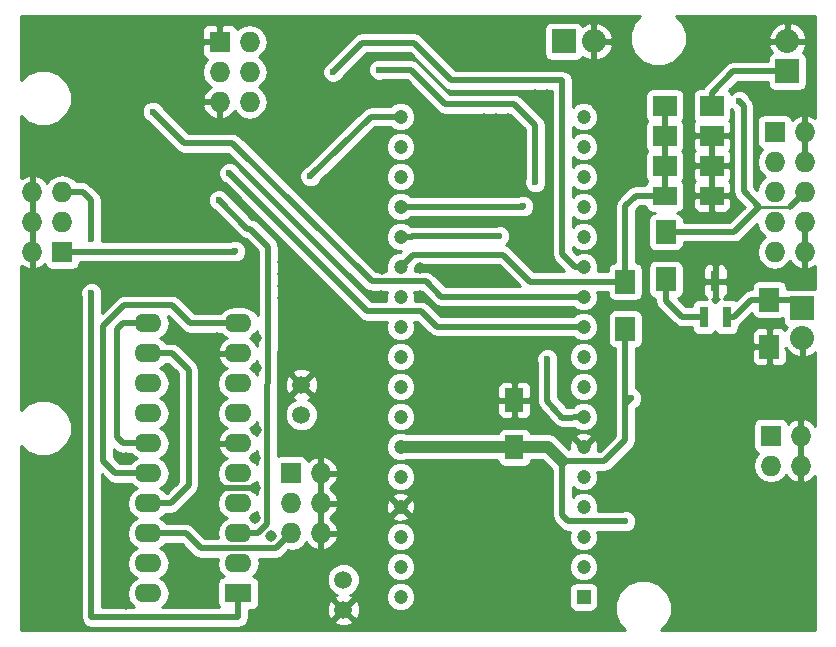
<source format=gbr>
G04 #@! TF.FileFunction,Copper,L2,Bot,Signal*
%FSLAX46Y46*%
G04 Gerber Fmt 4.6, Leading zero omitted, Abs format (unit mm)*
G04 Created by KiCad (PCBNEW (after 2015-mar-04 BZR unknown)-product) date Thu 29 Dec 2016 04:21:00 PM CET*
%MOMM*%
G01*
G04 APERTURE LIST*
%ADD10C,0.100000*%
%ADD11C,0.970000*%
%ADD12C,1.200000*%
%ADD13R,1.200000X1.200000*%
%ADD14R,2.286000X1.574800*%
%ADD15O,2.286000X1.574800*%
%ADD16R,1.727200X1.727200*%
%ADD17O,1.727200X1.727200*%
%ADD18R,2.032000X2.032000*%
%ADD19O,2.032000X2.032000*%
%ADD20R,0.800100X1.800860*%
%ADD21R,2.000000X1.600000*%
%ADD22R,2.000000X1.700000*%
%ADD23C,1.501140*%
%ADD24R,1.700000X2.000000*%
%ADD25R,1.600000X2.000000*%
%ADD26C,0.600000*%
%ADD27C,0.500000*%
%ADD28C,1.000000*%
%ADD29C,0.250000*%
%ADD30C,0.254000*%
G04 APERTURE END LIST*
D10*
D11*
X107696000Y-96012000D03*
X107696000Y-94234000D03*
X125730000Y-50419000D03*
X125730000Y-47371000D03*
X125730000Y-48895000D03*
X127254000Y-47371000D03*
X127254000Y-48895000D03*
X146558000Y-48260000D03*
X145542000Y-48260000D03*
X127254000Y-50419000D03*
X92075000Y-59309000D03*
X93091000Y-60071000D03*
X93091000Y-58547000D03*
X132334000Y-93599000D03*
X132334000Y-94615000D03*
X99695000Y-73533000D03*
X103632000Y-73660000D03*
X99695000Y-73533000D03*
X99949000Y-85852000D03*
X99949000Y-83820000D03*
X99949000Y-81280000D03*
X99949000Y-78740000D03*
X99949000Y-76708000D03*
X122809000Y-84709000D03*
X121793000Y-84709000D03*
X120777000Y-84709000D03*
X117221000Y-84074000D03*
X116205000Y-84074000D03*
X115189000Y-84074000D03*
X114173000Y-84074000D03*
X153670000Y-97663000D03*
X153670000Y-94615000D03*
X153670000Y-95631000D03*
X153670000Y-96647000D03*
X145415000Y-97663000D03*
X145415000Y-96647000D03*
X145415000Y-95631000D03*
X145415000Y-94615000D03*
X132334000Y-96647000D03*
X132334000Y-97663000D03*
X93091000Y-54483000D03*
X94107000Y-54483000D03*
X95123000Y-54483000D03*
X96139000Y-54483000D03*
X97790000Y-69215000D03*
X96774000Y-69215000D03*
X95758000Y-69215000D03*
X94742000Y-69215000D03*
X106553000Y-67437000D03*
X106045000Y-67945000D03*
X109220000Y-67183000D03*
X109220000Y-68199000D03*
X109220000Y-69215000D03*
X105029000Y-70612000D03*
X104013000Y-70612000D03*
X102997000Y-70866000D03*
X101981000Y-70866000D03*
X105029000Y-67945000D03*
X104013000Y-67945000D03*
X102997000Y-67945000D03*
X101981000Y-67945000D03*
X106934000Y-73660000D03*
X106934000Y-76200000D03*
X106934000Y-81407000D03*
X106807000Y-83820000D03*
X106807000Y-86360000D03*
X108204000Y-90424000D03*
X106807000Y-88900000D03*
X103505000Y-86360000D03*
X102489000Y-86360000D03*
X103505000Y-83820000D03*
X102489000Y-83820000D03*
X102489000Y-81788000D03*
X103505000Y-81788000D03*
X102997000Y-88900000D03*
X101981000Y-88900000D03*
X100965000Y-88900000D03*
X99949000Y-88900000D03*
X99949000Y-92837000D03*
X100965000Y-92837000D03*
X101981000Y-92837000D03*
X103124000Y-92837000D03*
X102997000Y-95885000D03*
X101981000Y-95885000D03*
X100965000Y-95885000D03*
X99949000Y-95885000D03*
X95885000Y-96139000D03*
X95885000Y-93980000D03*
X95885000Y-91440000D03*
X95885000Y-88900000D03*
X95885000Y-83820000D03*
X95885000Y-86487000D03*
X90805000Y-97663000D03*
X89789000Y-97663000D03*
X88773000Y-97663000D03*
X87757000Y-97663000D03*
X87757000Y-85725000D03*
X88773000Y-85725000D03*
X89789000Y-85725000D03*
X90805000Y-85725000D03*
X90805000Y-76708000D03*
X89789000Y-76708000D03*
X88773000Y-76708000D03*
X87757000Y-76708000D03*
X87757000Y-72136000D03*
X88773000Y-72136000D03*
X88646000Y-59055000D03*
X87630000Y-59055000D03*
X131318000Y-88392000D03*
X130302000Y-88392000D03*
X129286000Y-88392000D03*
X128270000Y-88392000D03*
X127254000Y-88392000D03*
X126238000Y-88392000D03*
X131572000Y-85217000D03*
X126111000Y-76327000D03*
X126111000Y-75311000D03*
X126111000Y-74295000D03*
X120777000Y-74295000D03*
X121793000Y-74295000D03*
X122809000Y-74295000D03*
X112395000Y-73152000D03*
X113411000Y-73152000D03*
X114427000Y-73152000D03*
X115443000Y-73152000D03*
X116459000Y-73152000D03*
X117475000Y-73152000D03*
X111252000Y-68199000D03*
X110236000Y-69215000D03*
X109220000Y-70231000D03*
X110998000Y-72136000D03*
X112014000Y-71120000D03*
X113030000Y-70104000D03*
X117602000Y-67818000D03*
X120777000Y-67691000D03*
X117475000Y-70104000D03*
X120777000Y-70104000D03*
X123444000Y-68580000D03*
X124460000Y-68580000D03*
X125476000Y-68580000D03*
X125476000Y-58420000D03*
X124460000Y-58420000D03*
X123444000Y-58420000D03*
X146558000Y-47244000D03*
X145542000Y-47244000D03*
X153670000Y-88900000D03*
X151638000Y-88900000D03*
X151638000Y-90932000D03*
X153670000Y-77978000D03*
X151638000Y-77978000D03*
X149860000Y-77978000D03*
X153670000Y-68326000D03*
X151638000Y-68326000D03*
X149860000Y-68326000D03*
X151892000Y-53340000D03*
X150876000Y-53340000D03*
X149860000Y-53340000D03*
X121666000Y-54356000D03*
X120904000Y-53594000D03*
X120142000Y-52832000D03*
X128270000Y-55118000D03*
X130556000Y-53086000D03*
X131572000Y-53086000D03*
X126238000Y-55118000D03*
X128270000Y-55118000D03*
D12*
X119144000Y-95560000D03*
X119144000Y-93020000D03*
X119144000Y-90480000D03*
X119144000Y-87940000D03*
X119144000Y-85400000D03*
X119144000Y-82860000D03*
X119144000Y-80320000D03*
X119144000Y-77780000D03*
X119144000Y-75240000D03*
X119144000Y-72700000D03*
X119144000Y-70160000D03*
X119144000Y-67620000D03*
X119144000Y-65080000D03*
X119144000Y-62540000D03*
X119144000Y-60000000D03*
X119144000Y-57460000D03*
X119144000Y-54920000D03*
D13*
X134636000Y-95560000D03*
D12*
X134636000Y-93020000D03*
X134636000Y-90480000D03*
X134636000Y-87940000D03*
X134636000Y-85400000D03*
X134636000Y-82860000D03*
X134636000Y-80320000D03*
X134636000Y-77780000D03*
X134636000Y-75240000D03*
X134636000Y-72700000D03*
X134636000Y-70160000D03*
X134636000Y-67620000D03*
X134636000Y-65080000D03*
X134636000Y-62540000D03*
X134636000Y-60000000D03*
X134636000Y-57460000D03*
X134636000Y-54920000D03*
D14*
X105410000Y-95250000D03*
D15*
X105410000Y-92710000D03*
X105410000Y-90170000D03*
X105410000Y-87630000D03*
X105410000Y-85090000D03*
X105410000Y-82550000D03*
X105410000Y-80010000D03*
X105410000Y-77470000D03*
X105410000Y-74930000D03*
X105410000Y-72390000D03*
X97790000Y-72390000D03*
X97790000Y-74930000D03*
X97790000Y-77470000D03*
X97790000Y-80010000D03*
X97790000Y-82550000D03*
X97790000Y-85090000D03*
X97790000Y-87630000D03*
X97790000Y-90170000D03*
X97790000Y-92710000D03*
X97790000Y-95250000D03*
D16*
X109855000Y-85090000D03*
D17*
X112395000Y-85090000D03*
X109855000Y-87630000D03*
X112395000Y-87630000D03*
X109855000Y-90170000D03*
X112395000Y-90170000D03*
D16*
X90487500Y-66357500D03*
D17*
X87947500Y-66357500D03*
X90487500Y-63817500D03*
X87947500Y-63817500D03*
X90487500Y-61277500D03*
X87947500Y-61277500D03*
D16*
X103822500Y-48577500D03*
D17*
X106362500Y-48577500D03*
X103822500Y-51117500D03*
X106362500Y-51117500D03*
X103822500Y-53657500D03*
X106362500Y-53657500D03*
D16*
X150812500Y-56197500D03*
D17*
X153352500Y-56197500D03*
X150812500Y-58737500D03*
X153352500Y-58737500D03*
X150812500Y-61277500D03*
X153352500Y-61277500D03*
X150812500Y-63817500D03*
X153352500Y-63817500D03*
X150812500Y-66357500D03*
X153352500Y-66357500D03*
D18*
X153162000Y-71120000D03*
D19*
X153162000Y-73660000D03*
D20*
X146746000Y-71859140D03*
X144846000Y-71859140D03*
X145796000Y-68856860D03*
D16*
X150495000Y-81915000D03*
D17*
X153035000Y-81915000D03*
X150495000Y-84455000D03*
X153035000Y-84455000D03*
D21*
X141510000Y-61595000D03*
X145510000Y-61595000D03*
D18*
X151892000Y-51054000D03*
D19*
X151892000Y-48514000D03*
D22*
X141510000Y-53975000D03*
X145510000Y-53975000D03*
X141510000Y-59055000D03*
X145510000Y-59055000D03*
D23*
X110744000Y-77597000D03*
X110744000Y-80137000D03*
X114300000Y-96647000D03*
X114300000Y-94107000D03*
D18*
X132969000Y-48514000D03*
D19*
X135509000Y-48514000D03*
D24*
X141605000Y-64675000D03*
X141605000Y-68675000D03*
X138176000Y-68866000D03*
X138176000Y-72866000D03*
D22*
X145510000Y-56515000D03*
X141510000Y-56515000D03*
D24*
X150368000Y-74390000D03*
X150368000Y-70390000D03*
D11*
X127254000Y-55118000D03*
D25*
X128778000Y-82899000D03*
X128778000Y-78899000D03*
D26*
X138176000Y-89154000D03*
X138684000Y-78740000D03*
X127508000Y-65024000D03*
X129540000Y-62484000D03*
X111506000Y-59944000D03*
X105156000Y-66294000D03*
X117348000Y-50927000D03*
X131572000Y-75438000D03*
X130556000Y-60452000D03*
X104648000Y-59690000D03*
X98171000Y-54483000D03*
X113442500Y-51117500D03*
X92964000Y-65278000D03*
X92964000Y-69850000D03*
X103759000Y-61976000D03*
X147828000Y-53619400D03*
D27*
X103505000Y-86360000D02*
X106807000Y-86360000D01*
X132842000Y-88646000D02*
X133350000Y-89154000D01*
X133350000Y-89154000D02*
X138176000Y-89154000D01*
X132842000Y-84074000D02*
X132842000Y-88646000D01*
X138176000Y-79248000D02*
X138684000Y-78740000D01*
X138176000Y-72866000D02*
X138176000Y-79248000D01*
X138176000Y-82296000D02*
X138176000Y-79248000D01*
X136398000Y-84074000D02*
X138176000Y-82296000D01*
X132842000Y-84074000D02*
X136398000Y-84074000D01*
D28*
X131628000Y-82860000D02*
X132842000Y-84074000D01*
X119144000Y-82860000D02*
X131628000Y-82860000D01*
X128739000Y-82860000D02*
X128778000Y-82899000D01*
X119144000Y-82860000D02*
X128739000Y-82860000D01*
D27*
X141510000Y-53975000D02*
X141510000Y-56515000D01*
X141510000Y-56515000D02*
X141510000Y-59055000D01*
X141510000Y-59055000D02*
X141510000Y-61595000D01*
X138176000Y-62484000D02*
X139065000Y-61595000D01*
X139065000Y-61595000D02*
X141510000Y-61595000D01*
X138176000Y-68866000D02*
X138176000Y-62484000D01*
X120160000Y-66604000D02*
X119144000Y-67620000D01*
X138176000Y-68866000D02*
X130080000Y-68866000D01*
X130080000Y-68866000D02*
X127818000Y-66604000D01*
X127818000Y-66604000D02*
X120160000Y-66604000D01*
X120086000Y-65080000D02*
X119144000Y-65080000D01*
X120142000Y-65024000D02*
X120086000Y-65080000D01*
X127508000Y-65024000D02*
X120142000Y-65024000D01*
X129484000Y-62540000D02*
X119144000Y-62540000D01*
X129540000Y-62484000D02*
X129484000Y-62540000D01*
X90487500Y-66357500D02*
X105092500Y-66357500D01*
X116657000Y-54920000D02*
X119144000Y-54920000D01*
X111506000Y-59944000D02*
X116657000Y-54920000D01*
X105092500Y-66357500D02*
X105156000Y-66294000D01*
X130556000Y-55626000D02*
X128778000Y-53848000D01*
X128778000Y-53848000D02*
X122936000Y-53848000D01*
X117348000Y-50927000D02*
X120015000Y-50927000D01*
X120015000Y-50927000D02*
X122936000Y-53848000D01*
X131572000Y-78994000D02*
X132842000Y-80391000D01*
X131572000Y-75438000D02*
X131572000Y-78994000D01*
X132842000Y-80391000D02*
X134636000Y-80320000D01*
X130556000Y-60452000D02*
X130556000Y-55626000D01*
X134636000Y-72700000D02*
X122230000Y-72700000D01*
X116332000Y-71374000D02*
X104648000Y-59690000D01*
X120904000Y-71374000D02*
X116332000Y-71374000D01*
X122230000Y-72700000D02*
X120904000Y-71374000D01*
X121285000Y-68834000D02*
X122611000Y-70160000D01*
X122611000Y-70160000D02*
X129215000Y-70160000D01*
X98171000Y-54483000D02*
X100838000Y-57150000D01*
X129215000Y-70160000D02*
X134636000Y-70160000D01*
X116713000Y-68834000D02*
X104902000Y-57150000D01*
X100838000Y-57150000D02*
X104902000Y-57150000D01*
X116713000Y-68834000D02*
X121285000Y-68834000D01*
X134636000Y-67620000D02*
X133914000Y-67620000D01*
X132842000Y-66548000D02*
X133914000Y-67620000D01*
X132842000Y-51816000D02*
X132842000Y-66548000D01*
X123444000Y-51816000D02*
X132842000Y-51816000D01*
X120269000Y-48641000D02*
X123444000Y-51816000D01*
X115919000Y-48641000D02*
X120269000Y-48641000D01*
X115919000Y-48641000D02*
X113442500Y-51117500D01*
X105410000Y-95250000D02*
X105410000Y-97282000D01*
X92265500Y-61277500D02*
X90487500Y-61277500D01*
X92964000Y-61976000D02*
X92265500Y-61277500D01*
X92964000Y-65278000D02*
X92964000Y-61976000D01*
X92964000Y-97282000D02*
X92964000Y-69850000D01*
X92964000Y-97282000D02*
X92964000Y-97282000D01*
X105410000Y-97282000D02*
X92964000Y-97282000D01*
X105410000Y-97282000D02*
X105410000Y-97282000D01*
X106172000Y-64389000D02*
X106426000Y-64389000D01*
X106426000Y-64389000D02*
X107948867Y-65911867D01*
X107948867Y-65911867D02*
X107843647Y-89387353D01*
X107843647Y-89387353D02*
X107061000Y-90170000D01*
X107061000Y-90170000D02*
X105410000Y-90170000D01*
X103759000Y-61976000D02*
X106172000Y-64389000D01*
X105410000Y-72390000D02*
X101346000Y-72390000D01*
X94996000Y-85090000D02*
X97790000Y-85090000D01*
X93980000Y-84074000D02*
X94996000Y-85090000D01*
X93980000Y-72644000D02*
X93980000Y-84074000D01*
X95758000Y-70866000D02*
X93980000Y-72644000D01*
X99822000Y-70866000D02*
X95758000Y-70866000D01*
X101346000Y-72390000D02*
X99822000Y-70866000D01*
X97790000Y-72390000D02*
X95631000Y-72390000D01*
X95631000Y-82550000D02*
X97790000Y-82550000D01*
X95123000Y-82042000D02*
X95631000Y-82550000D01*
X95123000Y-72898000D02*
X95123000Y-82042000D01*
X95631000Y-72390000D02*
X95123000Y-72898000D01*
X97790000Y-74930000D02*
X99822000Y-74930000D01*
X99695000Y-87630000D02*
X97790000Y-87630000D01*
X101219000Y-86106000D02*
X99695000Y-87630000D01*
X101219000Y-76327000D02*
X101219000Y-86106000D01*
X99822000Y-74930000D02*
X101219000Y-76327000D01*
X97790000Y-90170000D02*
X100965000Y-90170000D01*
X108585000Y-91440000D02*
X109855000Y-90170000D01*
X102235000Y-91440000D02*
X108585000Y-91440000D01*
X100965000Y-90170000D02*
X102235000Y-91440000D01*
X149529800Y-62534800D02*
X148209000Y-61214000D01*
X148209000Y-54000400D02*
X147828000Y-53619400D01*
X148209000Y-61214000D02*
X148209000Y-54000400D01*
X153352500Y-61277500D02*
X152095200Y-62534800D01*
X147389600Y-64675000D02*
X141605000Y-64675000D01*
X149529800Y-62534800D02*
X147389600Y-64675000D01*
D29*
X152095200Y-62534800D02*
X149529800Y-62534800D01*
D27*
X150368000Y-70390000D02*
X152432000Y-70390000D01*
X152432000Y-70390000D02*
X153162000Y-71120000D01*
X146746000Y-71859140D02*
X147342860Y-71859140D01*
X148812000Y-70390000D02*
X150368000Y-70390000D01*
X147342860Y-71859140D02*
X148812000Y-70390000D01*
X141605000Y-68675000D02*
X141605000Y-70485000D01*
X142979140Y-71859140D02*
X144846000Y-71859140D01*
X141605000Y-70485000D02*
X142979140Y-71859140D01*
X145510000Y-52864000D02*
X147320000Y-51054000D01*
X147320000Y-51054000D02*
X151892000Y-51054000D01*
X145510000Y-53975000D02*
X145510000Y-52864000D01*
D30*
G36*
X96789198Y-83820000D02*
X96393778Y-84084211D01*
X96313069Y-84205000D01*
X95362579Y-84205000D01*
X94865000Y-83707420D01*
X94865000Y-83035579D01*
X95005207Y-83175786D01*
X95005210Y-83175790D01*
X95292325Y-83367633D01*
X95631000Y-83435000D01*
X96313069Y-83435000D01*
X96393778Y-83555789D01*
X96789198Y-83820000D01*
X96789198Y-83820000D01*
G37*
X96789198Y-83820000D02*
X96393778Y-84084211D01*
X96313069Y-84205000D01*
X95362579Y-84205000D01*
X94865000Y-83707420D01*
X94865000Y-83035579D01*
X95005207Y-83175786D01*
X95005210Y-83175790D01*
X95292325Y-83367633D01*
X95631000Y-83435000D01*
X96313069Y-83435000D01*
X96393778Y-83555789D01*
X96789198Y-83820000D01*
G36*
X96789198Y-93980000D02*
X96393778Y-94244211D01*
X96085441Y-94705671D01*
X95977167Y-95250000D01*
X96085441Y-95794329D01*
X96393778Y-96255789D01*
X96605115Y-96397000D01*
X93849000Y-96397000D01*
X93849000Y-85194579D01*
X94370207Y-85715786D01*
X94370210Y-85715790D01*
X94370211Y-85715790D01*
X94657325Y-85907633D01*
X94657326Y-85907633D01*
X94713515Y-85918810D01*
X94996000Y-85975001D01*
X94996000Y-85975000D01*
X94996005Y-85975000D01*
X96313069Y-85975000D01*
X96393778Y-86095789D01*
X96789198Y-86360000D01*
X96393778Y-86624211D01*
X96085441Y-87085671D01*
X95977167Y-87630000D01*
X96085441Y-88174329D01*
X96393778Y-88635789D01*
X96789198Y-88900000D01*
X96393778Y-89164211D01*
X96085441Y-89625671D01*
X95977167Y-90170000D01*
X96085441Y-90714329D01*
X96393778Y-91175789D01*
X96789198Y-91440000D01*
X96393778Y-91704211D01*
X96085441Y-92165671D01*
X95977167Y-92710000D01*
X96085441Y-93254329D01*
X96393778Y-93715789D01*
X96789198Y-93980000D01*
X96789198Y-93980000D01*
G37*
X96789198Y-93980000D02*
X96393778Y-94244211D01*
X96085441Y-94705671D01*
X95977167Y-95250000D01*
X96085441Y-95794329D01*
X96393778Y-96255789D01*
X96605115Y-96397000D01*
X93849000Y-96397000D01*
X93849000Y-85194579D01*
X94370207Y-85715786D01*
X94370210Y-85715790D01*
X94370211Y-85715790D01*
X94657325Y-85907633D01*
X94657326Y-85907633D01*
X94713515Y-85918810D01*
X94996000Y-85975001D01*
X94996000Y-85975000D01*
X94996005Y-85975000D01*
X96313069Y-85975000D01*
X96393778Y-86095789D01*
X96789198Y-86360000D01*
X96393778Y-86624211D01*
X96085441Y-87085671D01*
X95977167Y-87630000D01*
X96085441Y-88174329D01*
X96393778Y-88635789D01*
X96789198Y-88900000D01*
X96393778Y-89164211D01*
X96085441Y-89625671D01*
X95977167Y-90170000D01*
X96085441Y-90714329D01*
X96393778Y-91175789D01*
X96789198Y-91440000D01*
X96393778Y-91704211D01*
X96085441Y-92165671D01*
X95977167Y-92710000D01*
X96085441Y-93254329D01*
X96393778Y-93715789D01*
X96789198Y-93980000D01*
G36*
X100334000Y-85739420D02*
X99328420Y-86745000D01*
X99266930Y-86745000D01*
X99186222Y-86624211D01*
X98790801Y-86360000D01*
X99186222Y-86095789D01*
X99494559Y-85634329D01*
X99602833Y-85090000D01*
X99494559Y-84545671D01*
X99186222Y-84084211D01*
X98790801Y-83820000D01*
X99186222Y-83555789D01*
X99494559Y-83094329D01*
X99602833Y-82550000D01*
X99494559Y-82005671D01*
X99186222Y-81544211D01*
X98790801Y-81280000D01*
X99186222Y-81015789D01*
X99494559Y-80554329D01*
X99602833Y-80010000D01*
X99494559Y-79465671D01*
X99186222Y-79004211D01*
X98790801Y-78740000D01*
X99186222Y-78475789D01*
X99494559Y-78014329D01*
X99602833Y-77470000D01*
X99494559Y-76925671D01*
X99186222Y-76464211D01*
X98790801Y-76200000D01*
X99186222Y-75935789D01*
X99266930Y-75815000D01*
X99455420Y-75815000D01*
X100334000Y-76693579D01*
X100334000Y-85739420D01*
X100334000Y-85739420D01*
G37*
X100334000Y-85739420D02*
X99328420Y-86745000D01*
X99266930Y-86745000D01*
X99186222Y-86624211D01*
X98790801Y-86360000D01*
X99186222Y-86095789D01*
X99494559Y-85634329D01*
X99602833Y-85090000D01*
X99494559Y-84545671D01*
X99186222Y-84084211D01*
X98790801Y-83820000D01*
X99186222Y-83555789D01*
X99494559Y-83094329D01*
X99602833Y-82550000D01*
X99494559Y-82005671D01*
X99186222Y-81544211D01*
X98790801Y-81280000D01*
X99186222Y-81015789D01*
X99494559Y-80554329D01*
X99602833Y-80010000D01*
X99494559Y-79465671D01*
X99186222Y-79004211D01*
X98790801Y-78740000D01*
X99186222Y-78475789D01*
X99494559Y-78014329D01*
X99602833Y-77470000D01*
X99494559Y-76925671D01*
X99186222Y-76464211D01*
X98790801Y-76200000D01*
X99186222Y-75935789D01*
X99266930Y-75815000D01*
X99455420Y-75815000D01*
X100334000Y-76693579D01*
X100334000Y-85739420D01*
G36*
X104186013Y-93830873D02*
X104024877Y-93862137D01*
X103812073Y-94001927D01*
X103669623Y-94212960D01*
X103619560Y-94462600D01*
X103619560Y-96037400D01*
X103666537Y-96279523D01*
X103743707Y-96397000D01*
X98974884Y-96397000D01*
X99186222Y-96255789D01*
X99494559Y-95794329D01*
X99602833Y-95250000D01*
X99494559Y-94705671D01*
X99186222Y-94244211D01*
X98790801Y-93980000D01*
X99186222Y-93715789D01*
X99494559Y-93254329D01*
X99602833Y-92710000D01*
X99494559Y-92165671D01*
X99186222Y-91704211D01*
X98790801Y-91440000D01*
X99186222Y-91175789D01*
X99266930Y-91055000D01*
X100598420Y-91055000D01*
X101609207Y-92065786D01*
X101609210Y-92065790D01*
X101896325Y-92257633D01*
X102235000Y-92325001D01*
X102235000Y-92325000D01*
X102235005Y-92325000D01*
X103673748Y-92325000D01*
X103597167Y-92710000D01*
X103705441Y-93254329D01*
X104013778Y-93715789D01*
X104186013Y-93830873D01*
X104186013Y-93830873D01*
G37*
X104186013Y-93830873D02*
X104024877Y-93862137D01*
X103812073Y-94001927D01*
X103669623Y-94212960D01*
X103619560Y-94462600D01*
X103619560Y-96037400D01*
X103666537Y-96279523D01*
X103743707Y-96397000D01*
X98974884Y-96397000D01*
X99186222Y-96255789D01*
X99494559Y-95794329D01*
X99602833Y-95250000D01*
X99494559Y-94705671D01*
X99186222Y-94244211D01*
X98790801Y-93980000D01*
X99186222Y-93715789D01*
X99494559Y-93254329D01*
X99602833Y-92710000D01*
X99494559Y-92165671D01*
X99186222Y-91704211D01*
X98790801Y-91440000D01*
X99186222Y-91175789D01*
X99266930Y-91055000D01*
X100598420Y-91055000D01*
X101609207Y-92065786D01*
X101609210Y-92065790D01*
X101896325Y-92257633D01*
X102235000Y-92325001D01*
X102235000Y-92325000D01*
X102235005Y-92325000D01*
X103673748Y-92325000D01*
X103597167Y-92710000D01*
X103705441Y-93254329D01*
X104013778Y-93715789D01*
X104186013Y-93830873D01*
G36*
X105557000Y-82677000D02*
X105537000Y-82677000D01*
X105537000Y-82697000D01*
X105283000Y-82697000D01*
X105283000Y-82677000D01*
X103797148Y-82677000D01*
X103674990Y-82897060D01*
X103691673Y-82976996D01*
X103958809Y-83465986D01*
X104392738Y-83815525D01*
X104408829Y-83820246D01*
X104013778Y-84084211D01*
X103705441Y-84545671D01*
X103597167Y-85090000D01*
X103705441Y-85634329D01*
X104013778Y-86095789D01*
X104409198Y-86360000D01*
X104013778Y-86624211D01*
X103705441Y-87085671D01*
X103597167Y-87630000D01*
X103705441Y-88174329D01*
X104013778Y-88635789D01*
X104409198Y-88900000D01*
X104013778Y-89164211D01*
X103705441Y-89625671D01*
X103597167Y-90170000D01*
X103673748Y-90555000D01*
X102601579Y-90555000D01*
X101590790Y-89544210D01*
X101303675Y-89352367D01*
X101247484Y-89341189D01*
X100965000Y-89284999D01*
X100964994Y-89285000D01*
X99266930Y-89285000D01*
X99186222Y-89164211D01*
X98790801Y-88900000D01*
X99186222Y-88635789D01*
X99266930Y-88515000D01*
X99694994Y-88515000D01*
X99695000Y-88515001D01*
X99695000Y-88515000D01*
X99977484Y-88458810D01*
X100033674Y-88447633D01*
X100033675Y-88447633D01*
X100320790Y-88255790D01*
X101844786Y-86731792D01*
X101844789Y-86731790D01*
X101844790Y-86731790D01*
X102036633Y-86444675D01*
X102104000Y-86106000D01*
X102104000Y-76327000D01*
X102036633Y-75988325D01*
X101844790Y-75701210D01*
X101844786Y-75701207D01*
X100447790Y-74304210D01*
X100160675Y-74112367D01*
X100104484Y-74101189D01*
X99822000Y-74044999D01*
X99821994Y-74045000D01*
X99266930Y-74045000D01*
X99186222Y-73924211D01*
X98790801Y-73660000D01*
X99186222Y-73395789D01*
X99494559Y-72934329D01*
X99602833Y-72390000D01*
X99494559Y-71845671D01*
X99431302Y-71751000D01*
X99455420Y-71751000D01*
X100720207Y-73015786D01*
X100720210Y-73015790D01*
X101007325Y-73207633D01*
X101346000Y-73275000D01*
X103933069Y-73275000D01*
X104013778Y-73395789D01*
X104408829Y-73659753D01*
X104392738Y-73664475D01*
X103958809Y-74014014D01*
X103691673Y-74503004D01*
X103674990Y-74582940D01*
X103797148Y-74803000D01*
X105283000Y-74803000D01*
X105283000Y-74783000D01*
X105537000Y-74783000D01*
X105537000Y-74803000D01*
X105557000Y-74803000D01*
X105557000Y-75057000D01*
X105537000Y-75057000D01*
X105537000Y-75077000D01*
X105283000Y-75077000D01*
X105283000Y-75057000D01*
X103797148Y-75057000D01*
X103674990Y-75277060D01*
X103691673Y-75356996D01*
X103958809Y-75845986D01*
X104392738Y-76195525D01*
X104408829Y-76200246D01*
X104013778Y-76464211D01*
X103705441Y-76925671D01*
X103597167Y-77470000D01*
X103705441Y-78014329D01*
X104013778Y-78475789D01*
X104409198Y-78740000D01*
X104013778Y-79004211D01*
X103705441Y-79465671D01*
X103597167Y-80010000D01*
X103705441Y-80554329D01*
X104013778Y-81015789D01*
X104408829Y-81279753D01*
X104392738Y-81284475D01*
X103958809Y-81634014D01*
X103691673Y-82123004D01*
X103674990Y-82202940D01*
X103797148Y-82423000D01*
X105283000Y-82423000D01*
X105283000Y-82403000D01*
X105537000Y-82403000D01*
X105537000Y-82423000D01*
X105557000Y-82423000D01*
X105557000Y-82677000D01*
X105557000Y-82677000D01*
G37*
X105557000Y-82677000D02*
X105537000Y-82677000D01*
X105537000Y-82697000D01*
X105283000Y-82697000D01*
X105283000Y-82677000D01*
X103797148Y-82677000D01*
X103674990Y-82897060D01*
X103691673Y-82976996D01*
X103958809Y-83465986D01*
X104392738Y-83815525D01*
X104408829Y-83820246D01*
X104013778Y-84084211D01*
X103705441Y-84545671D01*
X103597167Y-85090000D01*
X103705441Y-85634329D01*
X104013778Y-86095789D01*
X104409198Y-86360000D01*
X104013778Y-86624211D01*
X103705441Y-87085671D01*
X103597167Y-87630000D01*
X103705441Y-88174329D01*
X104013778Y-88635789D01*
X104409198Y-88900000D01*
X104013778Y-89164211D01*
X103705441Y-89625671D01*
X103597167Y-90170000D01*
X103673748Y-90555000D01*
X102601579Y-90555000D01*
X101590790Y-89544210D01*
X101303675Y-89352367D01*
X101247484Y-89341189D01*
X100965000Y-89284999D01*
X100964994Y-89285000D01*
X99266930Y-89285000D01*
X99186222Y-89164211D01*
X98790801Y-88900000D01*
X99186222Y-88635789D01*
X99266930Y-88515000D01*
X99694994Y-88515000D01*
X99695000Y-88515001D01*
X99695000Y-88515000D01*
X99977484Y-88458810D01*
X100033674Y-88447633D01*
X100033675Y-88447633D01*
X100320790Y-88255790D01*
X101844786Y-86731792D01*
X101844789Y-86731790D01*
X101844790Y-86731790D01*
X102036633Y-86444675D01*
X102104000Y-86106000D01*
X102104000Y-76327000D01*
X102036633Y-75988325D01*
X101844790Y-75701210D01*
X101844786Y-75701207D01*
X100447790Y-74304210D01*
X100160675Y-74112367D01*
X100104484Y-74101189D01*
X99822000Y-74044999D01*
X99821994Y-74045000D01*
X99266930Y-74045000D01*
X99186222Y-73924211D01*
X98790801Y-73660000D01*
X99186222Y-73395789D01*
X99494559Y-72934329D01*
X99602833Y-72390000D01*
X99494559Y-71845671D01*
X99431302Y-71751000D01*
X99455420Y-71751000D01*
X100720207Y-73015786D01*
X100720210Y-73015790D01*
X101007325Y-73207633D01*
X101346000Y-73275000D01*
X103933069Y-73275000D01*
X104013778Y-73395789D01*
X104408829Y-73659753D01*
X104392738Y-73664475D01*
X103958809Y-74014014D01*
X103691673Y-74503004D01*
X103674990Y-74582940D01*
X103797148Y-74803000D01*
X105283000Y-74803000D01*
X105283000Y-74783000D01*
X105537000Y-74783000D01*
X105537000Y-74803000D01*
X105557000Y-74803000D01*
X105557000Y-75057000D01*
X105537000Y-75057000D01*
X105537000Y-75077000D01*
X105283000Y-75077000D01*
X105283000Y-75057000D01*
X103797148Y-75057000D01*
X103674990Y-75277060D01*
X103691673Y-75356996D01*
X103958809Y-75845986D01*
X104392738Y-76195525D01*
X104408829Y-76200246D01*
X104013778Y-76464211D01*
X103705441Y-76925671D01*
X103597167Y-77470000D01*
X103705441Y-78014329D01*
X104013778Y-78475789D01*
X104409198Y-78740000D01*
X104013778Y-79004211D01*
X103705441Y-79465671D01*
X103597167Y-80010000D01*
X103705441Y-80554329D01*
X104013778Y-81015789D01*
X104408829Y-81279753D01*
X104392738Y-81284475D01*
X103958809Y-81634014D01*
X103691673Y-82123004D01*
X103674990Y-82202940D01*
X103797148Y-82423000D01*
X105283000Y-82423000D01*
X105283000Y-82403000D01*
X105537000Y-82403000D01*
X105537000Y-82423000D01*
X105557000Y-82423000D01*
X105557000Y-82677000D01*
G36*
X106963058Y-88401065D02*
X106960288Y-89019132D01*
X106809821Y-89169598D01*
X106806222Y-89164211D01*
X106410801Y-88900000D01*
X106806222Y-88635789D01*
X106963058Y-88401065D01*
X106963058Y-88401065D01*
G37*
X106963058Y-88401065D02*
X106960288Y-89019132D01*
X106809821Y-89169598D01*
X106806222Y-89164211D01*
X106410801Y-88900000D01*
X106806222Y-88635789D01*
X106963058Y-88401065D01*
G36*
X106974520Y-85843912D02*
X106969924Y-86869210D01*
X106806222Y-86624211D01*
X106410801Y-86360000D01*
X106806222Y-86095789D01*
X106974520Y-85843912D01*
X106974520Y-85843912D01*
G37*
X106974520Y-85843912D02*
X106969924Y-86869210D01*
X106806222Y-86624211D01*
X106410801Y-86360000D01*
X106806222Y-86095789D01*
X106974520Y-85843912D01*
G36*
X106986204Y-83237150D02*
X106981233Y-84346134D01*
X106806222Y-84084211D01*
X106411170Y-83820246D01*
X106427262Y-83815525D01*
X106861191Y-83465986D01*
X106986204Y-83237150D01*
X106986204Y-83237150D01*
G37*
X106986204Y-83237150D02*
X106981233Y-84346134D01*
X106806222Y-84084211D01*
X106411170Y-83820246D01*
X106427262Y-83815525D01*
X106861191Y-83465986D01*
X106986204Y-83237150D01*
G36*
X106997443Y-80729605D02*
X106992313Y-81874033D01*
X106861191Y-81634014D01*
X106427262Y-81284475D01*
X106411170Y-81279753D01*
X106806222Y-81015789D01*
X106997443Y-80729605D01*
X106997443Y-80729605D01*
G37*
X106997443Y-80729605D02*
X106992313Y-81874033D01*
X106861191Y-81634014D01*
X106427262Y-81284475D01*
X106411170Y-81279753D01*
X106806222Y-81015789D01*
X106997443Y-80729605D01*
G36*
X107020640Y-75554115D02*
X107015159Y-76776909D01*
X106806222Y-76464211D01*
X106411170Y-76200246D01*
X106427262Y-76195525D01*
X106861191Y-75845986D01*
X107020640Y-75554115D01*
X107020640Y-75554115D01*
G37*
X107020640Y-75554115D02*
X107015159Y-76776909D01*
X106806222Y-76464211D01*
X106411170Y-76200246D01*
X106427262Y-76195525D01*
X106861191Y-75845986D01*
X107020640Y-75554115D01*
G36*
X107031827Y-73058145D02*
X107026189Y-74316042D01*
X106861191Y-74014014D01*
X106427262Y-73664475D01*
X106411170Y-73659753D01*
X106806222Y-73395789D01*
X107031827Y-73058145D01*
X107031827Y-73058145D01*
G37*
X107031827Y-73058145D02*
X107026189Y-74316042D01*
X106861191Y-74014014D01*
X106427262Y-73664475D01*
X106411170Y-73659753D01*
X106806222Y-73395789D01*
X107031827Y-73058145D01*
G36*
X108372895Y-90400525D02*
X108218420Y-90555000D01*
X107927579Y-90555000D01*
X108330631Y-90151947D01*
X108327041Y-90170000D01*
X108372895Y-90400525D01*
X108372895Y-90400525D01*
G37*
X108372895Y-90400525D02*
X108218420Y-90555000D01*
X107927579Y-90555000D01*
X108330631Y-90151947D01*
X108327041Y-90170000D01*
X108372895Y-90400525D01*
G36*
X129237420Y-69275000D02*
X129215000Y-69275000D01*
X122977579Y-69275000D01*
X121910790Y-68208210D01*
X121623675Y-68016367D01*
X121567484Y-68005189D01*
X121285000Y-67948999D01*
X121284994Y-67949000D01*
X120344625Y-67949000D01*
X120378785Y-67866734D01*
X120378985Y-67636593D01*
X120526579Y-67489000D01*
X127451420Y-67489000D01*
X129237420Y-69275000D01*
X129237420Y-69275000D01*
G37*
X129237420Y-69275000D02*
X129215000Y-69275000D01*
X122977579Y-69275000D01*
X121910790Y-68208210D01*
X121623675Y-68016367D01*
X121567484Y-68005189D01*
X121285000Y-67948999D01*
X121284994Y-67949000D01*
X120344625Y-67949000D01*
X120378785Y-67866734D01*
X120378985Y-67636593D01*
X120526579Y-67489000D01*
X127451420Y-67489000D01*
X129237420Y-69275000D01*
G36*
X154255000Y-98375000D02*
X152908000Y-98375000D01*
X152908000Y-85789469D01*
X152908000Y-84582000D01*
X152888000Y-84582000D01*
X152888000Y-84328000D01*
X152908000Y-84328000D01*
X152908000Y-83249469D01*
X152908000Y-83120531D01*
X152908000Y-82042000D01*
X152888000Y-82042000D01*
X152888000Y-81788000D01*
X152908000Y-81788000D01*
X152908000Y-80580531D01*
X152675973Y-80460032D01*
X152146510Y-80708179D01*
X151975746Y-80895263D01*
X151959063Y-80809277D01*
X151853000Y-80647816D01*
X151819273Y-80596473D01*
X151608240Y-80454023D01*
X151358600Y-80403960D01*
X150241000Y-80403960D01*
X150241000Y-75866250D01*
X150241000Y-74517000D01*
X150241000Y-74263000D01*
X150241000Y-72913750D01*
X150082250Y-72755000D01*
X149644309Y-72755000D01*
X149391690Y-72755000D01*
X149158301Y-72851673D01*
X148979673Y-73030302D01*
X148883000Y-73263691D01*
X148883000Y-74104250D01*
X149041750Y-74263000D01*
X150241000Y-74263000D01*
X150241000Y-74517000D01*
X149041750Y-74517000D01*
X148883000Y-74675750D01*
X148883000Y-75516309D01*
X148979673Y-75749698D01*
X149158301Y-75928327D01*
X149391690Y-76025000D01*
X149644309Y-76025000D01*
X150082250Y-76025000D01*
X150241000Y-75866250D01*
X150241000Y-80403960D01*
X149631400Y-80403960D01*
X149389277Y-80450937D01*
X149176473Y-80590727D01*
X149034023Y-80801760D01*
X148983960Y-81051400D01*
X148983960Y-82778600D01*
X149030937Y-83020723D01*
X149170727Y-83233527D01*
X149381760Y-83375977D01*
X149422659Y-83384179D01*
X149405971Y-83395330D01*
X149081115Y-83881511D01*
X148967041Y-84455000D01*
X149081115Y-85028489D01*
X149405971Y-85514670D01*
X149892152Y-85839526D01*
X150465641Y-85953600D01*
X150524359Y-85953600D01*
X151097848Y-85839526D01*
X151584029Y-85514670D01*
X151764992Y-85243839D01*
X152146510Y-85661821D01*
X152675973Y-85909968D01*
X152908000Y-85789469D01*
X152908000Y-98375000D01*
X141217690Y-98375000D01*
X141720776Y-97872792D01*
X142084645Y-96996499D01*
X142085473Y-96047664D01*
X141723134Y-95170737D01*
X141052792Y-94499224D01*
X140176499Y-94135355D01*
X139673440Y-94134916D01*
X139673440Y-73866000D01*
X139673440Y-71866000D01*
X139626463Y-71623877D01*
X139486673Y-71411073D01*
X139275640Y-71268623D01*
X139026000Y-71218560D01*
X137326000Y-71218560D01*
X137083877Y-71265537D01*
X136871073Y-71405327D01*
X136728623Y-71616360D01*
X136678560Y-71866000D01*
X136678560Y-73866000D01*
X136725537Y-74108123D01*
X136865327Y-74320927D01*
X137076360Y-74463377D01*
X137291000Y-74506421D01*
X137291000Y-79247994D01*
X137290999Y-79248000D01*
X137291000Y-79248005D01*
X137291000Y-81929420D01*
X136031420Y-83189000D01*
X135828822Y-83189000D01*
X135883807Y-83028964D01*
X135871214Y-82825326D01*
X135871214Y-80075421D01*
X135871214Y-77535421D01*
X135871214Y-74995421D01*
X135683592Y-74541343D01*
X135336485Y-74193629D01*
X134882734Y-74005215D01*
X134391421Y-74004786D01*
X133937343Y-74192408D01*
X133589629Y-74539515D01*
X133401215Y-74993266D01*
X133400786Y-75484579D01*
X133588408Y-75938657D01*
X133935515Y-76286371D01*
X134389266Y-76474785D01*
X134880579Y-76475214D01*
X135334657Y-76287592D01*
X135682371Y-75940485D01*
X135870785Y-75486734D01*
X135871214Y-74995421D01*
X135871214Y-77535421D01*
X135683592Y-77081343D01*
X135336485Y-76733629D01*
X134882734Y-76545215D01*
X134391421Y-76544786D01*
X133937343Y-76732408D01*
X133589629Y-77079515D01*
X133401215Y-77533266D01*
X133400786Y-78024579D01*
X133588408Y-78478657D01*
X133935515Y-78826371D01*
X134389266Y-79014785D01*
X134880579Y-79015214D01*
X135334657Y-78827592D01*
X135682371Y-78480485D01*
X135870785Y-78026734D01*
X135871214Y-77535421D01*
X135871214Y-80075421D01*
X135683592Y-79621343D01*
X135336485Y-79273629D01*
X134882734Y-79085215D01*
X134391421Y-79084786D01*
X133937343Y-79272408D01*
X133739623Y-79469782D01*
X133219292Y-79490375D01*
X132457000Y-78651853D01*
X132457000Y-75744821D01*
X132506838Y-75624799D01*
X132507162Y-75252833D01*
X132365117Y-74909057D01*
X132102327Y-74645808D01*
X131758799Y-74503162D01*
X131386833Y-74502838D01*
X131043057Y-74644883D01*
X130779808Y-74907673D01*
X130637162Y-75251201D01*
X130636838Y-75623167D01*
X130687000Y-75744568D01*
X130687000Y-78994000D01*
X130716652Y-79143071D01*
X130739183Y-79293400D01*
X130750197Y-79311714D01*
X130754367Y-79332675D01*
X130838818Y-79459066D01*
X130917153Y-79589315D01*
X132187153Y-80986316D01*
X132218513Y-81009501D01*
X132241447Y-81041048D01*
X132356414Y-81111454D01*
X132464818Y-81191599D01*
X132502666Y-81201019D01*
X132535924Y-81221386D01*
X132669073Y-81242436D01*
X132799905Y-81274999D01*
X132838476Y-81269218D01*
X132876998Y-81275308D01*
X133807836Y-81238468D01*
X133935515Y-81366371D01*
X134389266Y-81554785D01*
X134880579Y-81555214D01*
X135334657Y-81367592D01*
X135682371Y-81020485D01*
X135870785Y-80566734D01*
X135871214Y-80075421D01*
X135871214Y-82825326D01*
X135853482Y-82538587D01*
X135724164Y-82226383D01*
X135498735Y-82176870D01*
X135319130Y-82356475D01*
X135319130Y-81997265D01*
X135269617Y-81771836D01*
X134804964Y-81612193D01*
X134314587Y-81642518D01*
X134002383Y-81771836D01*
X133952870Y-81997265D01*
X134636000Y-82680395D01*
X135319130Y-81997265D01*
X135319130Y-82356475D01*
X134815605Y-82860000D01*
X134829747Y-82874142D01*
X134650142Y-83053747D01*
X134636000Y-83039605D01*
X134621857Y-83053747D01*
X134442252Y-82874142D01*
X134456395Y-82860000D01*
X133773265Y-82176870D01*
X133547836Y-82226383D01*
X133388193Y-82691036D01*
X133409551Y-83036419D01*
X132430566Y-82057434D01*
X132062346Y-81811397D01*
X131628000Y-81725000D01*
X130213000Y-81725000D01*
X130213000Y-80025309D01*
X130213000Y-79184750D01*
X130213000Y-78613250D01*
X130213000Y-77772691D01*
X130116327Y-77539302D01*
X129937699Y-77360673D01*
X129704310Y-77264000D01*
X129451691Y-77264000D01*
X129063750Y-77264000D01*
X128905000Y-77422750D01*
X128905000Y-78772000D01*
X130054250Y-78772000D01*
X130213000Y-78613250D01*
X130213000Y-79184750D01*
X130054250Y-79026000D01*
X128905000Y-79026000D01*
X128905000Y-80375250D01*
X129063750Y-80534000D01*
X129451691Y-80534000D01*
X129704310Y-80534000D01*
X129937699Y-80437327D01*
X130116327Y-80258698D01*
X130213000Y-80025309D01*
X130213000Y-81725000D01*
X130191680Y-81725000D01*
X130178463Y-81656877D01*
X130038673Y-81444073D01*
X129827640Y-81301623D01*
X129578000Y-81251560D01*
X128651000Y-81251560D01*
X128651000Y-80375250D01*
X128651000Y-79026000D01*
X128651000Y-78772000D01*
X128651000Y-77422750D01*
X128492250Y-77264000D01*
X128104309Y-77264000D01*
X127851690Y-77264000D01*
X127618301Y-77360673D01*
X127439673Y-77539302D01*
X127343000Y-77772691D01*
X127343000Y-78613250D01*
X127501750Y-78772000D01*
X128651000Y-78772000D01*
X128651000Y-79026000D01*
X127501750Y-79026000D01*
X127343000Y-79184750D01*
X127343000Y-80025309D01*
X127439673Y-80258698D01*
X127618301Y-80437327D01*
X127851690Y-80534000D01*
X128104309Y-80534000D01*
X128492250Y-80534000D01*
X128651000Y-80375250D01*
X128651000Y-81251560D01*
X127978000Y-81251560D01*
X127735877Y-81298537D01*
X127523073Y-81438327D01*
X127380623Y-81649360D01*
X127365454Y-81725000D01*
X120379214Y-81725000D01*
X120379214Y-80075421D01*
X120379214Y-77535421D01*
X120379214Y-74995421D01*
X120191592Y-74541343D01*
X119844485Y-74193629D01*
X119390734Y-74005215D01*
X118899421Y-74004786D01*
X118445343Y-74192408D01*
X118097629Y-74539515D01*
X117909215Y-74993266D01*
X117908786Y-75484579D01*
X118096408Y-75938657D01*
X118443515Y-76286371D01*
X118897266Y-76474785D01*
X119388579Y-76475214D01*
X119842657Y-76287592D01*
X120190371Y-75940485D01*
X120378785Y-75486734D01*
X120379214Y-74995421D01*
X120379214Y-77535421D01*
X120191592Y-77081343D01*
X119844485Y-76733629D01*
X119390734Y-76545215D01*
X118899421Y-76544786D01*
X118445343Y-76732408D01*
X118097629Y-77079515D01*
X117909215Y-77533266D01*
X117908786Y-78024579D01*
X118096408Y-78478657D01*
X118443515Y-78826371D01*
X118897266Y-79014785D01*
X119388579Y-79015214D01*
X119842657Y-78827592D01*
X120190371Y-78480485D01*
X120378785Y-78026734D01*
X120379214Y-77535421D01*
X120379214Y-80075421D01*
X120191592Y-79621343D01*
X119844485Y-79273629D01*
X119390734Y-79085215D01*
X118899421Y-79084786D01*
X118445343Y-79272408D01*
X118097629Y-79619515D01*
X117909215Y-80073266D01*
X117908786Y-80564579D01*
X118096408Y-81018657D01*
X118443515Y-81366371D01*
X118897266Y-81554785D01*
X119388579Y-81555214D01*
X119842657Y-81367592D01*
X120190371Y-81020485D01*
X120378785Y-80566734D01*
X120379214Y-80075421D01*
X120379214Y-81725000D01*
X119631042Y-81725000D01*
X119390734Y-81625215D01*
X118899421Y-81624786D01*
X118445343Y-81812408D01*
X118097629Y-82159515D01*
X117909215Y-82613266D01*
X117908786Y-83104579D01*
X118096408Y-83558657D01*
X118443515Y-83906371D01*
X118897266Y-84094785D01*
X119388579Y-84095214D01*
X119631114Y-83995000D01*
X127349186Y-83995000D01*
X127377537Y-84141123D01*
X127517327Y-84353927D01*
X127728360Y-84496377D01*
X127978000Y-84546440D01*
X129578000Y-84546440D01*
X129820123Y-84499463D01*
X130032927Y-84359673D01*
X130175377Y-84148640D01*
X130206188Y-83995000D01*
X131157868Y-83995000D01*
X131957000Y-84794132D01*
X131957000Y-88645994D01*
X131956999Y-88646000D01*
X132013189Y-88928484D01*
X132024367Y-88984675D01*
X132216210Y-89271790D01*
X132724207Y-89779786D01*
X132724210Y-89779790D01*
X133011325Y-89971633D01*
X133350000Y-90039000D01*
X133481881Y-90039000D01*
X133401215Y-90233266D01*
X133400786Y-90724579D01*
X133588408Y-91178657D01*
X133935515Y-91526371D01*
X134389266Y-91714785D01*
X134880579Y-91715214D01*
X135334657Y-91527592D01*
X135682371Y-91180485D01*
X135870785Y-90726734D01*
X135871214Y-90235421D01*
X135790054Y-90039000D01*
X137869178Y-90039000D01*
X137989201Y-90088838D01*
X138361167Y-90089162D01*
X138704943Y-89947117D01*
X138968192Y-89684327D01*
X139110838Y-89340799D01*
X139111162Y-88968833D01*
X138969117Y-88625057D01*
X138706327Y-88361808D01*
X138362799Y-88219162D01*
X137990833Y-88218838D01*
X137869431Y-88269000D01*
X135836625Y-88269000D01*
X135870785Y-88186734D01*
X135871214Y-87695421D01*
X135683592Y-87241343D01*
X135336485Y-86893629D01*
X134882734Y-86705215D01*
X134391421Y-86704786D01*
X133937343Y-86892408D01*
X133727000Y-87102383D01*
X133727000Y-86237491D01*
X133935515Y-86446371D01*
X134389266Y-86634785D01*
X134880579Y-86635214D01*
X135334657Y-86447592D01*
X135682371Y-86100485D01*
X135870785Y-85646734D01*
X135871214Y-85155421D01*
X135790054Y-84959000D01*
X136397994Y-84959000D01*
X136398000Y-84959001D01*
X136398000Y-84959000D01*
X136680484Y-84902810D01*
X136736674Y-84891633D01*
X136736675Y-84891633D01*
X137023790Y-84699790D01*
X138801786Y-82921792D01*
X138801790Y-82921790D01*
X138801790Y-82921789D01*
X138993633Y-82634675D01*
X138993633Y-82634674D01*
X139004810Y-82578484D01*
X139061000Y-82296000D01*
X139061001Y-82296000D01*
X139061000Y-82295994D01*
X139061000Y-79614579D01*
X139092834Y-79582744D01*
X139212943Y-79533117D01*
X139476192Y-79270327D01*
X139618838Y-78926799D01*
X139619162Y-78554833D01*
X139477117Y-78211057D01*
X139214327Y-77947808D01*
X139061000Y-77884140D01*
X139061000Y-74506649D01*
X139268123Y-74466463D01*
X139480927Y-74326673D01*
X139623377Y-74115640D01*
X139673440Y-73866000D01*
X139673440Y-94134916D01*
X139227664Y-94134527D01*
X138350737Y-94496866D01*
X137679224Y-95167208D01*
X137315355Y-96043501D01*
X137314527Y-96992336D01*
X137676866Y-97869263D01*
X138181721Y-98375000D01*
X135883440Y-98375000D01*
X135883440Y-96160000D01*
X135883440Y-94960000D01*
X135871214Y-94896986D01*
X135871214Y-92775421D01*
X135683592Y-92321343D01*
X135336485Y-91973629D01*
X134882734Y-91785215D01*
X134391421Y-91784786D01*
X133937343Y-91972408D01*
X133589629Y-92319515D01*
X133401215Y-92773266D01*
X133400786Y-93264579D01*
X133588408Y-93718657D01*
X133935515Y-94066371D01*
X134389266Y-94254785D01*
X134880579Y-94255214D01*
X135334657Y-94067592D01*
X135682371Y-93720485D01*
X135870785Y-93266734D01*
X135871214Y-92775421D01*
X135871214Y-94896986D01*
X135836463Y-94717877D01*
X135696673Y-94505073D01*
X135485640Y-94362623D01*
X135236000Y-94312560D01*
X134036000Y-94312560D01*
X133793877Y-94359537D01*
X133581073Y-94499327D01*
X133438623Y-94710360D01*
X133388560Y-94960000D01*
X133388560Y-96160000D01*
X133435537Y-96402123D01*
X133575327Y-96614927D01*
X133786360Y-96757377D01*
X134036000Y-96807440D01*
X135236000Y-96807440D01*
X135478123Y-96760463D01*
X135690927Y-96620673D01*
X135833377Y-96409640D01*
X135883440Y-96160000D01*
X135883440Y-98375000D01*
X120391807Y-98375000D01*
X120391807Y-88108964D01*
X120379214Y-87905326D01*
X120379214Y-85155421D01*
X120191592Y-84701343D01*
X119844485Y-84353629D01*
X119390734Y-84165215D01*
X118899421Y-84164786D01*
X118445343Y-84352408D01*
X118097629Y-84699515D01*
X117909215Y-85153266D01*
X117908786Y-85644579D01*
X118096408Y-86098657D01*
X118443515Y-86446371D01*
X118897266Y-86634785D01*
X119388579Y-86635214D01*
X119842657Y-86447592D01*
X120190371Y-86100485D01*
X120378785Y-85646734D01*
X120379214Y-85155421D01*
X120379214Y-87905326D01*
X120361482Y-87618587D01*
X120232164Y-87306383D01*
X120006735Y-87256870D01*
X119827130Y-87436475D01*
X119827130Y-87077265D01*
X119777617Y-86851836D01*
X119312964Y-86692193D01*
X118822587Y-86722518D01*
X118510383Y-86851836D01*
X118460870Y-87077265D01*
X119144000Y-87760395D01*
X119827130Y-87077265D01*
X119827130Y-87436475D01*
X119323605Y-87940000D01*
X120006735Y-88623130D01*
X120232164Y-88573617D01*
X120391807Y-88108964D01*
X120391807Y-98375000D01*
X120379214Y-98375000D01*
X120379214Y-95315421D01*
X120379214Y-92775421D01*
X120379214Y-90235421D01*
X120191592Y-89781343D01*
X119844485Y-89433629D01*
X119827130Y-89426422D01*
X119827130Y-88802735D01*
X119144000Y-88119605D01*
X118964395Y-88299210D01*
X118964395Y-87940000D01*
X118281265Y-87256870D01*
X118055836Y-87306383D01*
X117896193Y-87771036D01*
X117926518Y-88261413D01*
X118055836Y-88573617D01*
X118281265Y-88623130D01*
X118964395Y-87940000D01*
X118964395Y-88299210D01*
X118460870Y-88802735D01*
X118510383Y-89028164D01*
X118975036Y-89187807D01*
X119465413Y-89157482D01*
X119777617Y-89028164D01*
X119827130Y-88802735D01*
X119827130Y-89426422D01*
X119390734Y-89245215D01*
X118899421Y-89244786D01*
X118445343Y-89432408D01*
X118097629Y-89779515D01*
X117909215Y-90233266D01*
X117908786Y-90724579D01*
X118096408Y-91178657D01*
X118443515Y-91526371D01*
X118897266Y-91714785D01*
X119388579Y-91715214D01*
X119842657Y-91527592D01*
X120190371Y-91180485D01*
X120378785Y-90726734D01*
X120379214Y-90235421D01*
X120379214Y-92775421D01*
X120191592Y-92321343D01*
X119844485Y-91973629D01*
X119390734Y-91785215D01*
X118899421Y-91784786D01*
X118445343Y-91972408D01*
X118097629Y-92319515D01*
X117909215Y-92773266D01*
X117908786Y-93264579D01*
X118096408Y-93718657D01*
X118443515Y-94066371D01*
X118897266Y-94254785D01*
X119388579Y-94255214D01*
X119842657Y-94067592D01*
X120190371Y-93720485D01*
X120378785Y-93266734D01*
X120379214Y-92775421D01*
X120379214Y-95315421D01*
X120191592Y-94861343D01*
X119844485Y-94513629D01*
X119390734Y-94325215D01*
X118899421Y-94324786D01*
X118445343Y-94512408D01*
X118097629Y-94859515D01*
X117909215Y-95313266D01*
X117908786Y-95804579D01*
X118096408Y-96258657D01*
X118443515Y-96606371D01*
X118897266Y-96794785D01*
X119388579Y-96795214D01*
X119842657Y-96607592D01*
X120190371Y-96260485D01*
X120378785Y-95806734D01*
X120379214Y-95315421D01*
X120379214Y-98375000D01*
X115697767Y-98375000D01*
X115697767Y-96851966D01*
X115685810Y-96616561D01*
X115685810Y-93832602D01*
X115475314Y-93323163D01*
X115085887Y-92933056D01*
X114576816Y-92721671D01*
X114025602Y-92721190D01*
X113849958Y-92793764D01*
X113849958Y-90529026D01*
X113849958Y-89810974D01*
X113677688Y-89395053D01*
X113283490Y-88963179D01*
X113148687Y-88900000D01*
X113283490Y-88836821D01*
X113677688Y-88404947D01*
X113849958Y-87989026D01*
X113849958Y-87270974D01*
X113677688Y-86855053D01*
X113283490Y-86423179D01*
X113148687Y-86360000D01*
X113283490Y-86296821D01*
X113677688Y-85864947D01*
X113849958Y-85449026D01*
X113849958Y-84730974D01*
X113677688Y-84315053D01*
X113283490Y-83883179D01*
X112754027Y-83635032D01*
X112522000Y-83755531D01*
X112522000Y-84963000D01*
X113728817Y-84963000D01*
X113849958Y-84730974D01*
X113849958Y-85449026D01*
X113728817Y-85217000D01*
X112522000Y-85217000D01*
X112522000Y-86295531D01*
X112522000Y-86424469D01*
X112522000Y-87503000D01*
X113728817Y-87503000D01*
X113849958Y-87270974D01*
X113849958Y-87989026D01*
X113728817Y-87757000D01*
X112522000Y-87757000D01*
X112522000Y-88835531D01*
X112522000Y-88964469D01*
X112522000Y-90043000D01*
X113728817Y-90043000D01*
X113849958Y-89810974D01*
X113849958Y-90529026D01*
X113728817Y-90297000D01*
X112522000Y-90297000D01*
X112522000Y-91504469D01*
X112754027Y-91624968D01*
X113283490Y-91376821D01*
X113677688Y-90944947D01*
X113849958Y-90529026D01*
X113849958Y-92793764D01*
X113516163Y-92931686D01*
X113126056Y-93321113D01*
X112914671Y-93830184D01*
X112914190Y-94381398D01*
X113124686Y-94890837D01*
X113514113Y-95280944D01*
X113729496Y-95370378D01*
X113575735Y-95434069D01*
X113507675Y-95675070D01*
X114300000Y-96467395D01*
X115092325Y-95675070D01*
X115024265Y-95434069D01*
X114858959Y-95375231D01*
X115083837Y-95282314D01*
X115473944Y-94892887D01*
X115685329Y-94383816D01*
X115685810Y-93832602D01*
X115685810Y-96616561D01*
X115669805Y-96301462D01*
X115512931Y-95922735D01*
X115271930Y-95854675D01*
X114479605Y-96647000D01*
X115271930Y-97439325D01*
X115512931Y-97371265D01*
X115697767Y-96851966D01*
X115697767Y-98375000D01*
X115092325Y-98375000D01*
X115092325Y-97618930D01*
X114300000Y-96826605D01*
X114120395Y-97006210D01*
X114120395Y-96647000D01*
X113328070Y-95854675D01*
X113087069Y-95922735D01*
X112902233Y-96442034D01*
X112930195Y-96992538D01*
X113087069Y-97371265D01*
X113328070Y-97439325D01*
X114120395Y-96647000D01*
X114120395Y-97006210D01*
X113507675Y-97618930D01*
X113575735Y-97859931D01*
X114095034Y-98044767D01*
X114645538Y-98016805D01*
X115024265Y-97859931D01*
X115092325Y-97618930D01*
X115092325Y-98375000D01*
X112268000Y-98375000D01*
X112268000Y-91504469D01*
X112268000Y-90297000D01*
X112248000Y-90297000D01*
X112248000Y-90043000D01*
X112268000Y-90043000D01*
X112268000Y-88964469D01*
X112268000Y-88835531D01*
X112268000Y-87757000D01*
X112248000Y-87757000D01*
X112248000Y-87503000D01*
X112268000Y-87503000D01*
X112268000Y-86424469D01*
X112268000Y-86295531D01*
X112268000Y-85217000D01*
X112248000Y-85217000D01*
X112248000Y-84963000D01*
X112268000Y-84963000D01*
X112268000Y-83755531D01*
X112141767Y-83689974D01*
X112141767Y-77801966D01*
X112113805Y-77251462D01*
X111956931Y-76872735D01*
X111715930Y-76804675D01*
X111536325Y-76984280D01*
X111536325Y-76625070D01*
X111468265Y-76384069D01*
X110948966Y-76199233D01*
X110398462Y-76227195D01*
X110019735Y-76384069D01*
X109951675Y-76625070D01*
X110744000Y-77417395D01*
X111536325Y-76625070D01*
X111536325Y-76984280D01*
X110923605Y-77597000D01*
X111715930Y-78389325D01*
X111956931Y-78321265D01*
X112141767Y-77801966D01*
X112141767Y-83689974D01*
X112129810Y-83683764D01*
X112129810Y-79862602D01*
X111919314Y-79353163D01*
X111529887Y-78963056D01*
X111314503Y-78873621D01*
X111468265Y-78809931D01*
X111536325Y-78568930D01*
X110744000Y-77776605D01*
X110564395Y-77956210D01*
X110564395Y-77597000D01*
X109772070Y-76804675D01*
X109531069Y-76872735D01*
X109346233Y-77392034D01*
X109374195Y-77942538D01*
X109531069Y-78321265D01*
X109772070Y-78389325D01*
X110564395Y-77597000D01*
X110564395Y-77956210D01*
X109951675Y-78568930D01*
X110019735Y-78809931D01*
X110185040Y-78868768D01*
X109960163Y-78961686D01*
X109570056Y-79351113D01*
X109358671Y-79860184D01*
X109358190Y-80411398D01*
X109568686Y-80920837D01*
X109958113Y-81310944D01*
X110467184Y-81522329D01*
X111018398Y-81522810D01*
X111527837Y-81312314D01*
X111917944Y-80922887D01*
X112129329Y-80413816D01*
X112129810Y-79862602D01*
X112129810Y-83683764D01*
X112035973Y-83635032D01*
X111506510Y-83883179D01*
X111335746Y-84070263D01*
X111319063Y-83984277D01*
X111179273Y-83771473D01*
X110968240Y-83629023D01*
X110718600Y-83578960D01*
X108991400Y-83578960D01*
X108754483Y-83624926D01*
X108833858Y-65915833D01*
X108833473Y-65913851D01*
X108833868Y-65911867D01*
X108800547Y-65744358D01*
X108768010Y-65576860D01*
X108766894Y-65575173D01*
X108766500Y-65573192D01*
X108671754Y-65431395D01*
X108577456Y-65288888D01*
X108575777Y-65287755D01*
X108574656Y-65286077D01*
X107051790Y-63763210D01*
X106764675Y-63571367D01*
X106708484Y-63560189D01*
X106566532Y-63531953D01*
X104601744Y-61567164D01*
X104552117Y-61447057D01*
X104289327Y-61183808D01*
X103945799Y-61041162D01*
X103573833Y-61040838D01*
X103230057Y-61182883D01*
X102966808Y-61445673D01*
X102824162Y-61789201D01*
X102823838Y-62161167D01*
X102965883Y-62504943D01*
X103228673Y-62768192D01*
X103349985Y-62818565D01*
X105546207Y-65014786D01*
X105546210Y-65014790D01*
X105833325Y-65206633D01*
X106031466Y-65246045D01*
X107062222Y-66276801D01*
X107037777Y-71730758D01*
X106806222Y-71384211D01*
X106344762Y-71075874D01*
X106091162Y-71025429D01*
X106091162Y-66108833D01*
X105949117Y-65765057D01*
X105686327Y-65501808D01*
X105342799Y-65359162D01*
X104970833Y-65358838D01*
X104695749Y-65472500D01*
X93895640Y-65472500D01*
X93898838Y-65464799D01*
X93899162Y-65092833D01*
X93849000Y-64971431D01*
X93849000Y-61976005D01*
X93849000Y-61976000D01*
X93849001Y-61976000D01*
X93781633Y-61637325D01*
X93589790Y-61350210D01*
X93589786Y-61350207D01*
X92891290Y-60651710D01*
X92604175Y-60459867D01*
X92547984Y-60448689D01*
X92265500Y-60392499D01*
X92265494Y-60392500D01*
X91693239Y-60392500D01*
X91576529Y-60217830D01*
X91090348Y-59892974D01*
X90516859Y-59778900D01*
X90458141Y-59778900D01*
X89884652Y-59892974D01*
X89398471Y-60217830D01*
X89217507Y-60488660D01*
X88835990Y-60070679D01*
X88306527Y-59822532D01*
X88074500Y-59943031D01*
X88074500Y-61150500D01*
X88094500Y-61150500D01*
X88094500Y-61404500D01*
X88074500Y-61404500D01*
X88074500Y-62483031D01*
X88074500Y-62611969D01*
X88074500Y-63690500D01*
X88094500Y-63690500D01*
X88094500Y-63944500D01*
X88074500Y-63944500D01*
X88074500Y-65023031D01*
X88074500Y-65151969D01*
X88074500Y-66230500D01*
X88094500Y-66230500D01*
X88094500Y-66484500D01*
X88074500Y-66484500D01*
X88074500Y-67691969D01*
X88306527Y-67812468D01*
X88835990Y-67564321D01*
X89006753Y-67377236D01*
X89023437Y-67463223D01*
X89163227Y-67676027D01*
X89374260Y-67818477D01*
X89623900Y-67868540D01*
X91351100Y-67868540D01*
X91593223Y-67821563D01*
X91806027Y-67681773D01*
X91948477Y-67470740D01*
X91994248Y-67242500D01*
X105092494Y-67242500D01*
X105092500Y-67242501D01*
X105092500Y-67242500D01*
X105160349Y-67229004D01*
X105341167Y-67229162D01*
X105684943Y-67087117D01*
X105948192Y-66824327D01*
X106090838Y-66480799D01*
X106091162Y-66108833D01*
X106091162Y-71025429D01*
X105800433Y-70967600D01*
X105019567Y-70967600D01*
X104475238Y-71075874D01*
X104013778Y-71384211D01*
X103933069Y-71505000D01*
X101712579Y-71505000D01*
X100447790Y-70240210D01*
X100160675Y-70048367D01*
X100104484Y-70037189D01*
X99822000Y-69980999D01*
X99821994Y-69981000D01*
X95758005Y-69981000D01*
X95758000Y-69980999D01*
X95475515Y-70037189D01*
X95419325Y-70048367D01*
X95132210Y-70240210D01*
X95132207Y-70240213D01*
X93849000Y-71523420D01*
X93849000Y-70156821D01*
X93898838Y-70036799D01*
X93899162Y-69664833D01*
X93757117Y-69321057D01*
X93494327Y-69057808D01*
X93150799Y-68915162D01*
X92778833Y-68914838D01*
X92435057Y-69056883D01*
X92171808Y-69319673D01*
X92029162Y-69663201D01*
X92028838Y-70035167D01*
X92079000Y-70156568D01*
X92079000Y-97282000D01*
X92146367Y-97620675D01*
X92338210Y-97907790D01*
X92625325Y-98099633D01*
X92964000Y-98167000D01*
X105410000Y-98167000D01*
X105748675Y-98099633D01*
X106035790Y-97907790D01*
X106227633Y-97620675D01*
X106295000Y-97282000D01*
X106295000Y-96684840D01*
X106553000Y-96684840D01*
X106795123Y-96637863D01*
X107007927Y-96498073D01*
X107150377Y-96287040D01*
X107200440Y-96037400D01*
X107200440Y-94462600D01*
X107153463Y-94220477D01*
X107013673Y-94007673D01*
X106802640Y-93865223D01*
X106633378Y-93831279D01*
X106806222Y-93715789D01*
X107114559Y-93254329D01*
X107222833Y-92710000D01*
X107146251Y-92325000D01*
X108584994Y-92325000D01*
X108585000Y-92325001D01*
X108585000Y-92325000D01*
X108867484Y-92268810D01*
X108923674Y-92257633D01*
X108923675Y-92257633D01*
X109210790Y-92065790D01*
X109644091Y-91632487D01*
X109825641Y-91668600D01*
X109884359Y-91668600D01*
X110457848Y-91554526D01*
X110944029Y-91229670D01*
X111124992Y-90958839D01*
X111506510Y-91376821D01*
X112035973Y-91624968D01*
X112268000Y-91504469D01*
X112268000Y-98375000D01*
X87045000Y-98375000D01*
X87045000Y-82797690D01*
X87547208Y-83300776D01*
X88423501Y-83664645D01*
X89372336Y-83665473D01*
X90249263Y-83303134D01*
X90920776Y-82632792D01*
X91284645Y-81756499D01*
X91285473Y-80807664D01*
X90923134Y-79930737D01*
X90252792Y-79259224D01*
X89376499Y-78895355D01*
X88427664Y-78894527D01*
X87550737Y-79256866D01*
X87045000Y-79761721D01*
X87045000Y-67548971D01*
X87059010Y-67564321D01*
X87588473Y-67812468D01*
X87820500Y-67691969D01*
X87820500Y-66484500D01*
X87800500Y-66484500D01*
X87800500Y-66230500D01*
X87820500Y-66230500D01*
X87820500Y-65151969D01*
X87820500Y-65023031D01*
X87820500Y-63944500D01*
X87800500Y-63944500D01*
X87800500Y-63690500D01*
X87820500Y-63690500D01*
X87820500Y-62611969D01*
X87820500Y-62483031D01*
X87820500Y-61404500D01*
X87800500Y-61404500D01*
X87800500Y-61150500D01*
X87820500Y-61150500D01*
X87820500Y-59943031D01*
X87588473Y-59822532D01*
X87059010Y-60070679D01*
X87045000Y-60086028D01*
X87045000Y-54857690D01*
X87547208Y-55360776D01*
X88423501Y-55724645D01*
X89372336Y-55725473D01*
X90249263Y-55363134D01*
X90920776Y-54692792D01*
X91284645Y-53816499D01*
X91285473Y-52867664D01*
X90923134Y-51990737D01*
X90252792Y-51319224D01*
X89376499Y-50955355D01*
X88427664Y-50954527D01*
X87550737Y-51316866D01*
X87045000Y-51821721D01*
X87045000Y-46405000D01*
X139452309Y-46405000D01*
X138949224Y-46907208D01*
X138585355Y-47783501D01*
X138584527Y-48732336D01*
X138946866Y-49609263D01*
X139617208Y-50280776D01*
X140493501Y-50644645D01*
X141442336Y-50645473D01*
X142319263Y-50283134D01*
X142990776Y-49612792D01*
X143354645Y-48736499D01*
X143355473Y-47787664D01*
X142993134Y-46910737D01*
X142488278Y-46405000D01*
X154255000Y-46405000D01*
X154255000Y-55006028D01*
X154240990Y-54990679D01*
X153711527Y-54742532D01*
X153479500Y-54863031D01*
X153479500Y-56070500D01*
X153499500Y-56070500D01*
X153499500Y-56324500D01*
X153479500Y-56324500D01*
X153479500Y-57403031D01*
X153479500Y-57531969D01*
X153479500Y-58610500D01*
X153499500Y-58610500D01*
X153499500Y-58864500D01*
X153479500Y-58864500D01*
X153479500Y-58884500D01*
X153225500Y-58884500D01*
X153225500Y-58864500D01*
X153205500Y-58864500D01*
X153205500Y-58610500D01*
X153225500Y-58610500D01*
X153225500Y-57531969D01*
X153225500Y-57403031D01*
X153225500Y-56324500D01*
X153205500Y-56324500D01*
X153205500Y-56070500D01*
X153225500Y-56070500D01*
X153225500Y-54863031D01*
X152993473Y-54742532D01*
X152464010Y-54990679D01*
X152293246Y-55177763D01*
X152276563Y-55091777D01*
X152136773Y-54878973D01*
X151925740Y-54736523D01*
X151676100Y-54686460D01*
X149948900Y-54686460D01*
X149706777Y-54733437D01*
X149493973Y-54873227D01*
X149351523Y-55084260D01*
X149301460Y-55333900D01*
X149301460Y-57061100D01*
X149348437Y-57303223D01*
X149488227Y-57516027D01*
X149699260Y-57658477D01*
X149740159Y-57666679D01*
X149723471Y-57677830D01*
X149398615Y-58164011D01*
X149284541Y-58737500D01*
X149398615Y-59310989D01*
X149723471Y-59797170D01*
X150038251Y-60007500D01*
X149723471Y-60217830D01*
X149398615Y-60704011D01*
X149324283Y-61077703D01*
X149094000Y-60847420D01*
X149094000Y-54000400D01*
X149026633Y-53661725D01*
X148834790Y-53374610D01*
X148834786Y-53374607D01*
X148670744Y-53210565D01*
X148621117Y-53090457D01*
X148358327Y-52827208D01*
X148014799Y-52684562D01*
X147642833Y-52684238D01*
X147299057Y-52826283D01*
X147131864Y-52993183D01*
X147110463Y-52882877D01*
X146970673Y-52670073D01*
X146961618Y-52663961D01*
X147686579Y-51939000D01*
X150228560Y-51939000D01*
X150228560Y-52070000D01*
X150275537Y-52312123D01*
X150415327Y-52524927D01*
X150626360Y-52667377D01*
X150876000Y-52717440D01*
X152908000Y-52717440D01*
X153150123Y-52670463D01*
X153362927Y-52530673D01*
X153505377Y-52319640D01*
X153555440Y-52070000D01*
X153555440Y-50038000D01*
X153508463Y-49795877D01*
X153368673Y-49583073D01*
X153208956Y-49475262D01*
X153298385Y-49378818D01*
X153497975Y-48896944D01*
X153497975Y-48131056D01*
X153298385Y-47649182D01*
X152860379Y-47176812D01*
X152274946Y-46908017D01*
X152019000Y-47026633D01*
X152019000Y-48387000D01*
X153378836Y-48387000D01*
X153497975Y-48131056D01*
X153497975Y-48896944D01*
X153378836Y-48641000D01*
X152019000Y-48641000D01*
X152019000Y-48661000D01*
X151765000Y-48661000D01*
X151765000Y-48641000D01*
X151765000Y-48387000D01*
X151765000Y-47026633D01*
X151509054Y-46908017D01*
X150923621Y-47176812D01*
X150485615Y-47649182D01*
X150286025Y-48131056D01*
X150405164Y-48387000D01*
X151765000Y-48387000D01*
X151765000Y-48641000D01*
X150405164Y-48641000D01*
X150286025Y-48896944D01*
X150485615Y-49378818D01*
X150575574Y-49475835D01*
X150421073Y-49577327D01*
X150278623Y-49788360D01*
X150228560Y-50038000D01*
X150228560Y-50169000D01*
X147320005Y-50169000D01*
X147320000Y-50168999D01*
X146981326Y-50236366D01*
X146886054Y-50300024D01*
X146694210Y-50428210D01*
X146694207Y-50428213D01*
X144884210Y-52238210D01*
X144724282Y-52477560D01*
X144510000Y-52477560D01*
X144267877Y-52524537D01*
X144055073Y-52664327D01*
X143912623Y-52875360D01*
X143862560Y-53125000D01*
X143862560Y-54825000D01*
X143909537Y-55067123D01*
X144028600Y-55248374D01*
X143971673Y-55305301D01*
X143875000Y-55538690D01*
X143875000Y-55791309D01*
X143875000Y-56229250D01*
X144033750Y-56388000D01*
X145383000Y-56388000D01*
X145383000Y-56368000D01*
X145637000Y-56368000D01*
X145637000Y-56388000D01*
X146986250Y-56388000D01*
X147145000Y-56229250D01*
X147145000Y-55791309D01*
X147145000Y-55538690D01*
X147048327Y-55305301D01*
X146990626Y-55247600D01*
X147107377Y-55074640D01*
X147157440Y-54825000D01*
X147157440Y-54271114D01*
X147297673Y-54411592D01*
X147324000Y-54422523D01*
X147324000Y-61213994D01*
X147323999Y-61214000D01*
X147380189Y-61496484D01*
X147391367Y-61552675D01*
X147583210Y-61839790D01*
X148278220Y-62534800D01*
X147145000Y-63668020D01*
X147145000Y-62521310D01*
X147145000Y-62268691D01*
X147145000Y-61880750D01*
X147145000Y-61309250D01*
X147145000Y-60921309D01*
X147145000Y-60668690D01*
X147048327Y-60435301D01*
X146963025Y-60350000D01*
X147048327Y-60264699D01*
X147145000Y-60031310D01*
X147145000Y-59778691D01*
X147145000Y-59340750D01*
X147145000Y-58769250D01*
X147145000Y-58331309D01*
X147145000Y-58078690D01*
X147048327Y-57845301D01*
X146988025Y-57785000D01*
X147048327Y-57724699D01*
X147145000Y-57491310D01*
X147145000Y-57238691D01*
X147145000Y-56800750D01*
X146986250Y-56642000D01*
X145637000Y-56642000D01*
X145637000Y-57728750D01*
X145637000Y-57841250D01*
X145637000Y-58928000D01*
X146986250Y-58928000D01*
X147145000Y-58769250D01*
X147145000Y-59340750D01*
X146986250Y-59182000D01*
X145637000Y-59182000D01*
X145637000Y-60318750D01*
X145637000Y-60381250D01*
X145637000Y-61468000D01*
X146986250Y-61468000D01*
X147145000Y-61309250D01*
X147145000Y-61880750D01*
X146986250Y-61722000D01*
X145637000Y-61722000D01*
X145637000Y-62871250D01*
X145795750Y-63030000D01*
X146636309Y-63030000D01*
X146869698Y-62933327D01*
X147048327Y-62754699D01*
X147145000Y-62521310D01*
X147145000Y-63668020D01*
X147023020Y-63790000D01*
X145383000Y-63790000D01*
X145383000Y-62871250D01*
X145383000Y-61722000D01*
X145383000Y-61468000D01*
X145383000Y-60381250D01*
X145383000Y-60318750D01*
X145383000Y-59182000D01*
X145383000Y-58928000D01*
X145383000Y-57841250D01*
X145383000Y-57728750D01*
X145383000Y-56642000D01*
X144033750Y-56642000D01*
X143875000Y-56800750D01*
X143875000Y-57238691D01*
X143875000Y-57491310D01*
X143971673Y-57724699D01*
X144031974Y-57785000D01*
X143971673Y-57845301D01*
X143875000Y-58078690D01*
X143875000Y-58331309D01*
X143875000Y-58769250D01*
X144033750Y-58928000D01*
X145383000Y-58928000D01*
X145383000Y-59182000D01*
X144033750Y-59182000D01*
X143875000Y-59340750D01*
X143875000Y-59778691D01*
X143875000Y-60031310D01*
X143971673Y-60264699D01*
X144056974Y-60350000D01*
X143971673Y-60435301D01*
X143875000Y-60668690D01*
X143875000Y-60921309D01*
X143875000Y-61309250D01*
X144033750Y-61468000D01*
X145383000Y-61468000D01*
X145383000Y-61722000D01*
X144033750Y-61722000D01*
X143875000Y-61880750D01*
X143875000Y-62268691D01*
X143875000Y-62521310D01*
X143971673Y-62754699D01*
X144150302Y-62933327D01*
X144383691Y-63030000D01*
X145224250Y-63030000D01*
X145383000Y-62871250D01*
X145383000Y-63790000D01*
X143102440Y-63790000D01*
X143102440Y-63675000D01*
X143055463Y-63432877D01*
X142915673Y-63220073D01*
X142704640Y-63077623D01*
X142519758Y-63040546D01*
X142752123Y-62995463D01*
X142964927Y-62855673D01*
X143107377Y-62644640D01*
X143157440Y-62395000D01*
X143157440Y-60795000D01*
X143110463Y-60552877D01*
X142976361Y-60348733D01*
X143107377Y-60154640D01*
X143157440Y-59905000D01*
X143157440Y-58205000D01*
X143110463Y-57962877D01*
X142993007Y-57784073D01*
X143107377Y-57614640D01*
X143157440Y-57365000D01*
X143157440Y-55665000D01*
X143110463Y-55422877D01*
X142993007Y-55244073D01*
X143107377Y-55074640D01*
X143157440Y-54825000D01*
X143157440Y-53125000D01*
X143110463Y-52882877D01*
X142970673Y-52670073D01*
X142759640Y-52527623D01*
X142510000Y-52477560D01*
X140510000Y-52477560D01*
X140267877Y-52524537D01*
X140055073Y-52664327D01*
X139912623Y-52875360D01*
X139862560Y-53125000D01*
X139862560Y-54825000D01*
X139909537Y-55067123D01*
X140026992Y-55245926D01*
X139912623Y-55415360D01*
X139862560Y-55665000D01*
X139862560Y-57365000D01*
X139909537Y-57607123D01*
X140026992Y-57785926D01*
X139912623Y-57955360D01*
X139862560Y-58205000D01*
X139862560Y-59905000D01*
X139909537Y-60147123D01*
X140043638Y-60351266D01*
X139912623Y-60545360D01*
X139879605Y-60710000D01*
X139065005Y-60710000D01*
X139065000Y-60709999D01*
X138782515Y-60766189D01*
X138726325Y-60777367D01*
X138439210Y-60969210D01*
X138439207Y-60969213D01*
X137550210Y-61858210D01*
X137358367Y-62145325D01*
X137347189Y-62201515D01*
X137290999Y-62484000D01*
X137291000Y-62484005D01*
X137291000Y-67225350D01*
X137114983Y-67259501D01*
X137114983Y-48896946D01*
X137114983Y-48131054D01*
X136846188Y-47545621D01*
X136373818Y-47107615D01*
X135891944Y-46908025D01*
X135636000Y-47027164D01*
X135636000Y-48387000D01*
X136996367Y-48387000D01*
X137114983Y-48131054D01*
X137114983Y-48896946D01*
X136996367Y-48641000D01*
X135636000Y-48641000D01*
X135636000Y-50000836D01*
X135891944Y-50119975D01*
X136373818Y-49920385D01*
X136846188Y-49482379D01*
X137114983Y-48896946D01*
X137114983Y-67259501D01*
X137083877Y-67265537D01*
X136871073Y-67405327D01*
X136728623Y-67616360D01*
X136678560Y-67866000D01*
X136678560Y-67981000D01*
X135823337Y-67981000D01*
X135870785Y-67866734D01*
X135871214Y-67375421D01*
X135683592Y-66921343D01*
X135336485Y-66573629D01*
X134882734Y-66385215D01*
X134391421Y-66384786D01*
X134065170Y-66519590D01*
X133727000Y-66181420D01*
X133727000Y-65917491D01*
X133935515Y-66126371D01*
X134389266Y-66314785D01*
X134880579Y-66315214D01*
X135334657Y-66127592D01*
X135682371Y-65780485D01*
X135870785Y-65326734D01*
X135871214Y-64835421D01*
X135683592Y-64381343D01*
X135336485Y-64033629D01*
X134882734Y-63845215D01*
X134391421Y-63844786D01*
X133937343Y-64032408D01*
X133727000Y-64242383D01*
X133727000Y-63377491D01*
X133935515Y-63586371D01*
X134389266Y-63774785D01*
X134880579Y-63775214D01*
X135334657Y-63587592D01*
X135682371Y-63240485D01*
X135870785Y-62786734D01*
X135871214Y-62295421D01*
X135683592Y-61841343D01*
X135336485Y-61493629D01*
X134882734Y-61305215D01*
X134391421Y-61304786D01*
X133937343Y-61492408D01*
X133727000Y-61702383D01*
X133727000Y-60837491D01*
X133935515Y-61046371D01*
X134389266Y-61234785D01*
X134880579Y-61235214D01*
X135334657Y-61047592D01*
X135682371Y-60700485D01*
X135870785Y-60246734D01*
X135871214Y-59755421D01*
X135683592Y-59301343D01*
X135336485Y-58953629D01*
X134882734Y-58765215D01*
X134391421Y-58764786D01*
X133937343Y-58952408D01*
X133727000Y-59162383D01*
X133727000Y-58297491D01*
X133935515Y-58506371D01*
X134389266Y-58694785D01*
X134880579Y-58695214D01*
X135334657Y-58507592D01*
X135682371Y-58160485D01*
X135870785Y-57706734D01*
X135871214Y-57215421D01*
X135683592Y-56761343D01*
X135336485Y-56413629D01*
X134882734Y-56225215D01*
X134391421Y-56224786D01*
X133937343Y-56412408D01*
X133727000Y-56622383D01*
X133727000Y-55757491D01*
X133935515Y-55966371D01*
X134389266Y-56154785D01*
X134880579Y-56155214D01*
X135334657Y-55967592D01*
X135682371Y-55620485D01*
X135870785Y-55166734D01*
X135871214Y-54675421D01*
X135683592Y-54221343D01*
X135382000Y-53919223D01*
X135382000Y-50000836D01*
X135382000Y-48641000D01*
X135362000Y-48641000D01*
X135362000Y-48387000D01*
X135382000Y-48387000D01*
X135382000Y-47027164D01*
X135126056Y-46908025D01*
X134644182Y-47107615D01*
X134547164Y-47197574D01*
X134445673Y-47043073D01*
X134234640Y-46900623D01*
X133985000Y-46850560D01*
X131953000Y-46850560D01*
X131710877Y-46897537D01*
X131498073Y-47037327D01*
X131355623Y-47248360D01*
X131305560Y-47498000D01*
X131305560Y-49530000D01*
X131352537Y-49772123D01*
X131492327Y-49984927D01*
X131703360Y-50127377D01*
X131953000Y-50177440D01*
X133985000Y-50177440D01*
X134227123Y-50130463D01*
X134439927Y-49990673D01*
X134547737Y-49830956D01*
X134644182Y-49920385D01*
X135126056Y-50119975D01*
X135382000Y-50000836D01*
X135382000Y-53919223D01*
X135336485Y-53873629D01*
X134882734Y-53685215D01*
X134391421Y-53684786D01*
X133937343Y-53872408D01*
X133727000Y-54082383D01*
X133727000Y-51816000D01*
X133659633Y-51477325D01*
X133467790Y-51190210D01*
X133180675Y-50998367D01*
X132842000Y-50931000D01*
X123810579Y-50931000D01*
X120894790Y-48015210D01*
X120607675Y-47823367D01*
X120551484Y-47812189D01*
X120269000Y-47755999D01*
X120268994Y-47756000D01*
X115919005Y-47756000D01*
X115919000Y-47755999D01*
X115636515Y-47812189D01*
X115580325Y-47823367D01*
X115293210Y-48015210D01*
X115293207Y-48015213D01*
X113033664Y-50274755D01*
X112913557Y-50324383D01*
X112650308Y-50587173D01*
X112507662Y-50930701D01*
X112507338Y-51302667D01*
X112649383Y-51646443D01*
X112912173Y-51909692D01*
X113255701Y-52052338D01*
X113627667Y-52052662D01*
X113971443Y-51910617D01*
X114234692Y-51647827D01*
X114285065Y-51526514D01*
X116285579Y-49526000D01*
X119902420Y-49526000D01*
X122818207Y-52441786D01*
X122818210Y-52441790D01*
X123105325Y-52633633D01*
X123105326Y-52633633D01*
X123161515Y-52644810D01*
X123444000Y-52701001D01*
X123444000Y-52701000D01*
X123444005Y-52701000D01*
X131957000Y-52701000D01*
X131957000Y-66547994D01*
X131956999Y-66548000D01*
X132013189Y-66830484D01*
X132024367Y-66886675D01*
X132216210Y-67173790D01*
X133023420Y-67981000D01*
X131491162Y-67981000D01*
X131491162Y-60266833D01*
X131441000Y-60145431D01*
X131441000Y-55626005D01*
X131441000Y-55626000D01*
X131441001Y-55626000D01*
X131384810Y-55343515D01*
X131373633Y-55287326D01*
X131373633Y-55287325D01*
X131181790Y-55000211D01*
X131181790Y-55000210D01*
X131181786Y-55000207D01*
X129403790Y-53222210D01*
X129116675Y-53030367D01*
X129060484Y-53019189D01*
X128778000Y-52962999D01*
X128777994Y-52963000D01*
X123302579Y-52963000D01*
X120640790Y-50301210D01*
X120353675Y-50109367D01*
X120297484Y-50098189D01*
X120015000Y-50041999D01*
X120014994Y-50042000D01*
X117654821Y-50042000D01*
X117534799Y-49992162D01*
X117162833Y-49991838D01*
X116819057Y-50133883D01*
X116555808Y-50396673D01*
X116413162Y-50740201D01*
X116412838Y-51112167D01*
X116554883Y-51455943D01*
X116817673Y-51719192D01*
X117161201Y-51861838D01*
X117533167Y-51862162D01*
X117654568Y-51812000D01*
X119648420Y-51812000D01*
X122310207Y-54473786D01*
X122310210Y-54473790D01*
X122310211Y-54473790D01*
X122597325Y-54665633D01*
X122597326Y-54665633D01*
X122653515Y-54676810D01*
X122936000Y-54733001D01*
X122936000Y-54733000D01*
X122936005Y-54733000D01*
X128411420Y-54733000D01*
X129671000Y-55992579D01*
X129671000Y-60145178D01*
X129621162Y-60265201D01*
X129620838Y-60637167D01*
X129762883Y-60980943D01*
X130025673Y-61244192D01*
X130369201Y-61386838D01*
X130741167Y-61387162D01*
X131084943Y-61245117D01*
X131348192Y-60982327D01*
X131490838Y-60638799D01*
X131491162Y-60266833D01*
X131491162Y-67981000D01*
X130475162Y-67981000D01*
X130475162Y-62298833D01*
X130333117Y-61955057D01*
X130070327Y-61691808D01*
X129726799Y-61549162D01*
X129354833Y-61548838D01*
X129097900Y-61655000D01*
X120379214Y-61655000D01*
X120379214Y-59755421D01*
X120379214Y-57215421D01*
X120379214Y-54675421D01*
X120191592Y-54221343D01*
X119844485Y-53873629D01*
X119390734Y-53685215D01*
X118899421Y-53684786D01*
X118445343Y-53872408D01*
X118282466Y-54035000D01*
X116657000Y-54035000D01*
X116492996Y-54067622D01*
X116328557Y-54098204D01*
X116323842Y-54101269D01*
X116318325Y-54102367D01*
X116179216Y-54195315D01*
X116039070Y-54286449D01*
X111106509Y-59097394D01*
X110977057Y-59150883D01*
X110713808Y-59413673D01*
X110571162Y-59757201D01*
X110570838Y-60129167D01*
X110712883Y-60472943D01*
X110975673Y-60736192D01*
X111319201Y-60878838D01*
X111691167Y-60879162D01*
X112034943Y-60737117D01*
X112298192Y-60474327D01*
X112344768Y-60362157D01*
X117017125Y-55805000D01*
X118282425Y-55805000D01*
X118443515Y-55966371D01*
X118897266Y-56154785D01*
X119388579Y-56155214D01*
X119842657Y-55967592D01*
X120190371Y-55620485D01*
X120378785Y-55166734D01*
X120379214Y-54675421D01*
X120379214Y-57215421D01*
X120191592Y-56761343D01*
X119844485Y-56413629D01*
X119390734Y-56225215D01*
X118899421Y-56224786D01*
X118445343Y-56412408D01*
X118097629Y-56759515D01*
X117909215Y-57213266D01*
X117908786Y-57704579D01*
X118096408Y-58158657D01*
X118443515Y-58506371D01*
X118897266Y-58694785D01*
X119388579Y-58695214D01*
X119842657Y-58507592D01*
X120190371Y-58160485D01*
X120378785Y-57706734D01*
X120379214Y-57215421D01*
X120379214Y-59755421D01*
X120191592Y-59301343D01*
X119844485Y-58953629D01*
X119390734Y-58765215D01*
X118899421Y-58764786D01*
X118445343Y-58952408D01*
X118097629Y-59299515D01*
X117909215Y-59753266D01*
X117908786Y-60244579D01*
X118096408Y-60698657D01*
X118443515Y-61046371D01*
X118897266Y-61234785D01*
X119388579Y-61235214D01*
X119842657Y-61047592D01*
X120190371Y-60700485D01*
X120378785Y-60246734D01*
X120379214Y-59755421D01*
X120379214Y-61655000D01*
X120005574Y-61655000D01*
X119844485Y-61493629D01*
X119390734Y-61305215D01*
X118899421Y-61304786D01*
X118445343Y-61492408D01*
X118097629Y-61839515D01*
X117909215Y-62293266D01*
X117908786Y-62784579D01*
X118096408Y-63238657D01*
X118443515Y-63586371D01*
X118897266Y-63774785D01*
X119388579Y-63775214D01*
X119842657Y-63587592D01*
X120005533Y-63425000D01*
X129483994Y-63425000D01*
X129484000Y-63425001D01*
X129484000Y-63425000D01*
X129514277Y-63418978D01*
X129725167Y-63419162D01*
X130068943Y-63277117D01*
X130332192Y-63014327D01*
X130474838Y-62670799D01*
X130475162Y-62298833D01*
X130475162Y-67981000D01*
X130446579Y-67981000D01*
X128443790Y-65978210D01*
X128156675Y-65786367D01*
X128100484Y-65775189D01*
X128082522Y-65771617D01*
X128300192Y-65554327D01*
X128442838Y-65210799D01*
X128443162Y-64838833D01*
X128301117Y-64495057D01*
X128038327Y-64231808D01*
X127694799Y-64089162D01*
X127322833Y-64088838D01*
X127201431Y-64139000D01*
X120142005Y-64139000D01*
X120142000Y-64138999D01*
X119981534Y-64170918D01*
X119844485Y-64033629D01*
X119390734Y-63845215D01*
X118899421Y-63844786D01*
X118445343Y-64032408D01*
X118097629Y-64379515D01*
X117909215Y-64833266D01*
X117908786Y-65324579D01*
X118096408Y-65778657D01*
X118443515Y-66126371D01*
X118897266Y-66314785D01*
X119197373Y-66315047D01*
X119127435Y-66384985D01*
X118899421Y-66384786D01*
X118445343Y-66572408D01*
X118097629Y-66919515D01*
X117909215Y-67373266D01*
X117908786Y-67864579D01*
X117943668Y-67949000D01*
X117076780Y-67949000D01*
X107890459Y-58861456D01*
X107890459Y-53657500D01*
X107776385Y-53084011D01*
X107451529Y-52597830D01*
X107136748Y-52387500D01*
X107451529Y-52177170D01*
X107776385Y-51690989D01*
X107890459Y-51117500D01*
X107776385Y-50544011D01*
X107451529Y-50057830D01*
X107136748Y-49847500D01*
X107451529Y-49637170D01*
X107776385Y-49150989D01*
X107890459Y-48577500D01*
X107776385Y-48004011D01*
X107451529Y-47517830D01*
X106965348Y-47192974D01*
X106391859Y-47078900D01*
X106333141Y-47078900D01*
X105759652Y-47192974D01*
X105288143Y-47508026D01*
X105224427Y-47354201D01*
X105045798Y-47175573D01*
X104812409Y-47078900D01*
X104108250Y-47078900D01*
X103949500Y-47237650D01*
X103949500Y-48450500D01*
X103969500Y-48450500D01*
X103969500Y-48704500D01*
X103949500Y-48704500D01*
X103949500Y-48724500D01*
X103695500Y-48724500D01*
X103695500Y-48704500D01*
X103695500Y-48450500D01*
X103695500Y-47237650D01*
X103536750Y-47078900D01*
X102832591Y-47078900D01*
X102599202Y-47175573D01*
X102420573Y-47354201D01*
X102323900Y-47587590D01*
X102323900Y-47840209D01*
X102323900Y-48291750D01*
X102482650Y-48450500D01*
X103695500Y-48450500D01*
X103695500Y-48704500D01*
X102482650Y-48704500D01*
X102323900Y-48863250D01*
X102323900Y-49314791D01*
X102323900Y-49567410D01*
X102420573Y-49800799D01*
X102599202Y-49979427D01*
X102754523Y-50043763D01*
X102733471Y-50057830D01*
X102408615Y-50544011D01*
X102294541Y-51117500D01*
X102408615Y-51690989D01*
X102733471Y-52177170D01*
X103056728Y-52393163D01*
X102934010Y-52450679D01*
X102539812Y-52882553D01*
X102367542Y-53298474D01*
X102488683Y-53530500D01*
X103695500Y-53530500D01*
X103695500Y-53510500D01*
X103949500Y-53510500D01*
X103949500Y-53530500D01*
X103969500Y-53530500D01*
X103969500Y-53784500D01*
X103949500Y-53784500D01*
X103949500Y-54991969D01*
X104181527Y-55112468D01*
X104710990Y-54864321D01*
X105092507Y-54446339D01*
X105273471Y-54717170D01*
X105759652Y-55042026D01*
X106333141Y-55156100D01*
X106391859Y-55156100D01*
X106965348Y-55042026D01*
X107451529Y-54717170D01*
X107776385Y-54230989D01*
X107890459Y-53657500D01*
X107890459Y-58861456D01*
X105524398Y-56520837D01*
X105382321Y-56427011D01*
X105240675Y-56332367D01*
X105238284Y-56331891D01*
X105236250Y-56330548D01*
X105068942Y-56298207D01*
X104902000Y-56265000D01*
X103695500Y-56265000D01*
X103695500Y-54991969D01*
X103695500Y-53784500D01*
X102488683Y-53784500D01*
X102367542Y-54016526D01*
X102539812Y-54432447D01*
X102934010Y-54864321D01*
X103463473Y-55112468D01*
X103695500Y-54991969D01*
X103695500Y-56265000D01*
X101204579Y-56265000D01*
X99013744Y-54074164D01*
X98964117Y-53954057D01*
X98701327Y-53690808D01*
X98357799Y-53548162D01*
X97985833Y-53547838D01*
X97642057Y-53689883D01*
X97378808Y-53952673D01*
X97236162Y-54296201D01*
X97235838Y-54668167D01*
X97377883Y-55011943D01*
X97640673Y-55275192D01*
X97761985Y-55325565D01*
X100212207Y-57775786D01*
X100212210Y-57775790D01*
X100212211Y-57775790D01*
X100404054Y-57903975D01*
X100499325Y-57967633D01*
X100499326Y-57967634D01*
X100838000Y-58035001D01*
X100838000Y-58035000D01*
X100838005Y-58035000D01*
X104538219Y-58035000D01*
X116090603Y-69463163D01*
X116232635Y-69556959D01*
X116374325Y-69651633D01*
X116376715Y-69652108D01*
X116378750Y-69653452D01*
X116546057Y-69685792D01*
X116713000Y-69719000D01*
X117989881Y-69719000D01*
X117909215Y-69913266D01*
X117908786Y-70404579D01*
X117943668Y-70489000D01*
X116698579Y-70489000D01*
X105490744Y-59281164D01*
X105441117Y-59161057D01*
X105178327Y-58897808D01*
X104834799Y-58755162D01*
X104462833Y-58754838D01*
X104119057Y-58896883D01*
X103855808Y-59159673D01*
X103713162Y-59503201D01*
X103712838Y-59875167D01*
X103854883Y-60218943D01*
X104117673Y-60482192D01*
X104238985Y-60532565D01*
X115706207Y-71999786D01*
X115706210Y-71999790D01*
X115993325Y-72191633D01*
X116332000Y-72259001D01*
X116332000Y-72259000D01*
X116332005Y-72259000D01*
X117989881Y-72259000D01*
X117909215Y-72453266D01*
X117908786Y-72944579D01*
X118096408Y-73398657D01*
X118443515Y-73746371D01*
X118897266Y-73934785D01*
X119388579Y-73935214D01*
X119842657Y-73747592D01*
X120190371Y-73400485D01*
X120378785Y-72946734D01*
X120379214Y-72455421D01*
X120298054Y-72259000D01*
X120537420Y-72259000D01*
X121604207Y-73325786D01*
X121604210Y-73325790D01*
X121891325Y-73517633D01*
X122230000Y-73585001D01*
X122230000Y-73585000D01*
X122230005Y-73585000D01*
X133774425Y-73585000D01*
X133935515Y-73746371D01*
X134389266Y-73934785D01*
X134880579Y-73935214D01*
X135334657Y-73747592D01*
X135682371Y-73400485D01*
X135870785Y-72946734D01*
X135871214Y-72455421D01*
X135683592Y-72001343D01*
X135336485Y-71653629D01*
X134882734Y-71465215D01*
X134391421Y-71464786D01*
X133937343Y-71652408D01*
X133774466Y-71815000D01*
X122596579Y-71815000D01*
X121529790Y-70748210D01*
X121242675Y-70556367D01*
X121186484Y-70545189D01*
X120904000Y-70488999D01*
X120903994Y-70489000D01*
X120344625Y-70489000D01*
X120378785Y-70406734D01*
X120379214Y-69915421D01*
X120298054Y-69719000D01*
X120918420Y-69719000D01*
X121985207Y-70785786D01*
X121985210Y-70785790D01*
X122272325Y-70977633D01*
X122611000Y-71045001D01*
X122611000Y-71045000D01*
X122611005Y-71045000D01*
X129215000Y-71045000D01*
X133774425Y-71045000D01*
X133935515Y-71206371D01*
X134389266Y-71394785D01*
X134880579Y-71395214D01*
X135334657Y-71207592D01*
X135682371Y-70860485D01*
X135870785Y-70406734D01*
X135871214Y-69915421D01*
X135803276Y-69751000D01*
X136678560Y-69751000D01*
X136678560Y-69866000D01*
X136725537Y-70108123D01*
X136865327Y-70320927D01*
X137076360Y-70463377D01*
X137326000Y-70513440D01*
X139026000Y-70513440D01*
X139268123Y-70466463D01*
X139480927Y-70326673D01*
X139623377Y-70115640D01*
X139673440Y-69866000D01*
X139673440Y-67866000D01*
X139626463Y-67623877D01*
X139486673Y-67411073D01*
X139275640Y-67268623D01*
X139061000Y-67225578D01*
X139061000Y-62850579D01*
X139431579Y-62480000D01*
X139879051Y-62480000D01*
X139909537Y-62637123D01*
X140049327Y-62849927D01*
X140260360Y-62992377D01*
X140510000Y-63042440D01*
X140678307Y-63042440D01*
X140512877Y-63074537D01*
X140300073Y-63214327D01*
X140157623Y-63425360D01*
X140107560Y-63675000D01*
X140107560Y-65675000D01*
X140154537Y-65917123D01*
X140294327Y-66129927D01*
X140505360Y-66272377D01*
X140755000Y-66322440D01*
X142455000Y-66322440D01*
X142697123Y-66275463D01*
X142909927Y-66135673D01*
X143052377Y-65924640D01*
X143102440Y-65675000D01*
X143102440Y-65560000D01*
X147389594Y-65560000D01*
X147389600Y-65560001D01*
X147389600Y-65560000D01*
X147672084Y-65503810D01*
X147728274Y-65492633D01*
X147728275Y-65492633D01*
X148015390Y-65300790D01*
X149320068Y-63996110D01*
X149398615Y-64390989D01*
X149723471Y-64877170D01*
X150038251Y-65087500D01*
X149723471Y-65297830D01*
X149398615Y-65784011D01*
X149284541Y-66357500D01*
X149398615Y-66930989D01*
X149723471Y-67417170D01*
X150209652Y-67742026D01*
X150783141Y-67856100D01*
X150841859Y-67856100D01*
X151415348Y-67742026D01*
X151901529Y-67417170D01*
X152082492Y-67146339D01*
X152464010Y-67564321D01*
X152993473Y-67812468D01*
X153225500Y-67691969D01*
X153225500Y-66484500D01*
X153205500Y-66484500D01*
X153205500Y-66230500D01*
X153225500Y-66230500D01*
X153225500Y-65151969D01*
X153225500Y-65023031D01*
X153225500Y-63944500D01*
X153205500Y-63944500D01*
X153205500Y-63690500D01*
X153225500Y-63690500D01*
X153225500Y-63670500D01*
X153479500Y-63670500D01*
X153479500Y-63690500D01*
X153499500Y-63690500D01*
X153499500Y-63944500D01*
X153479500Y-63944500D01*
X153479500Y-65023031D01*
X153479500Y-65151969D01*
X153479500Y-66230500D01*
X153499500Y-66230500D01*
X153499500Y-66484500D01*
X153479500Y-66484500D01*
X153479500Y-67691969D01*
X153711527Y-67812468D01*
X154240990Y-67564321D01*
X154255000Y-67548971D01*
X154255000Y-69472001D01*
X154178000Y-69456560D01*
X152146000Y-69456560D01*
X151903877Y-69503537D01*
X151901649Y-69505000D01*
X151865440Y-69505000D01*
X151865440Y-69390000D01*
X151818463Y-69147877D01*
X151678673Y-68935073D01*
X151467640Y-68792623D01*
X151218000Y-68742560D01*
X149518000Y-68742560D01*
X149275877Y-68789537D01*
X149063073Y-68929327D01*
X148920623Y-69140360D01*
X148870560Y-69390000D01*
X148870560Y-69505000D01*
X148812005Y-69505000D01*
X148812000Y-69504999D01*
X148529515Y-69561189D01*
X148473325Y-69572367D01*
X148186210Y-69764210D01*
X148186207Y-69764213D01*
X147511150Y-70439270D01*
X147395690Y-70361333D01*
X147146050Y-70311270D01*
X146517958Y-70311270D01*
X146555748Y-70295617D01*
X146734377Y-70116989D01*
X146831050Y-69883600D01*
X146831050Y-69630981D01*
X146831050Y-69142610D01*
X146831050Y-68571110D01*
X146831050Y-68082739D01*
X146831050Y-67830120D01*
X146734377Y-67596731D01*
X146555748Y-67418103D01*
X146322359Y-67321430D01*
X146081750Y-67321430D01*
X145923000Y-67480180D01*
X145923000Y-68729860D01*
X146672300Y-68729860D01*
X146831050Y-68571110D01*
X146831050Y-69142610D01*
X146672300Y-68983860D01*
X145923000Y-68983860D01*
X145923000Y-70233540D01*
X146069956Y-70380496D01*
X145891023Y-70498037D01*
X145795706Y-70639243D01*
X145706723Y-70503783D01*
X145522864Y-70379675D01*
X145669000Y-70233540D01*
X145669000Y-68983860D01*
X145669000Y-68729860D01*
X145669000Y-67480180D01*
X145510250Y-67321430D01*
X145269641Y-67321430D01*
X145036252Y-67418103D01*
X144857623Y-67596731D01*
X144760950Y-67830120D01*
X144760950Y-68082739D01*
X144760950Y-68571110D01*
X144919700Y-68729860D01*
X145669000Y-68729860D01*
X145669000Y-68983860D01*
X144919700Y-68983860D01*
X144760950Y-69142610D01*
X144760950Y-69630981D01*
X144760950Y-69883600D01*
X144857623Y-70116989D01*
X145036252Y-70295617D01*
X145074041Y-70311270D01*
X144445950Y-70311270D01*
X144203827Y-70358247D01*
X143991023Y-70498037D01*
X143848573Y-70709070D01*
X143798510Y-70958710D01*
X143798510Y-70974140D01*
X143345719Y-70974140D01*
X142655180Y-70283600D01*
X142697123Y-70275463D01*
X142909927Y-70135673D01*
X143052377Y-69924640D01*
X143102440Y-69675000D01*
X143102440Y-67675000D01*
X143055463Y-67432877D01*
X142915673Y-67220073D01*
X142704640Y-67077623D01*
X142455000Y-67027560D01*
X140755000Y-67027560D01*
X140512877Y-67074537D01*
X140300073Y-67214327D01*
X140157623Y-67425360D01*
X140107560Y-67675000D01*
X140107560Y-69675000D01*
X140154537Y-69917123D01*
X140294327Y-70129927D01*
X140505360Y-70272377D01*
X140720000Y-70315421D01*
X140720000Y-70484994D01*
X140719999Y-70485000D01*
X140776189Y-70767484D01*
X140787367Y-70823675D01*
X140979210Y-71110790D01*
X142353347Y-72484926D01*
X142353350Y-72484930D01*
X142640465Y-72676773D01*
X142979140Y-72744140D01*
X143798510Y-72744140D01*
X143798510Y-72759570D01*
X143845487Y-73001693D01*
X143985277Y-73214497D01*
X144196310Y-73356947D01*
X144445950Y-73407010D01*
X145246050Y-73407010D01*
X145488173Y-73360033D01*
X145700977Y-73220243D01*
X145796293Y-73079036D01*
X145885277Y-73214497D01*
X146096310Y-73356947D01*
X146345950Y-73407010D01*
X147146050Y-73407010D01*
X147388173Y-73360033D01*
X147600977Y-73220243D01*
X147743427Y-73009210D01*
X147793490Y-72759570D01*
X147793490Y-72601967D01*
X147968650Y-72484930D01*
X148901924Y-71551654D01*
X148917537Y-71632123D01*
X149057327Y-71844927D01*
X149268360Y-71987377D01*
X149518000Y-72037440D01*
X151218000Y-72037440D01*
X151460123Y-71990463D01*
X151498560Y-71965213D01*
X151498560Y-72136000D01*
X151545537Y-72378123D01*
X151685327Y-72590927D01*
X151845043Y-72698737D01*
X151755615Y-72795182D01*
X151686960Y-72960935D01*
X151577699Y-72851673D01*
X151344310Y-72755000D01*
X151091691Y-72755000D01*
X150653750Y-72755000D01*
X150495000Y-72913750D01*
X150495000Y-74263000D01*
X150515000Y-74263000D01*
X150515000Y-74517000D01*
X150495000Y-74517000D01*
X150495000Y-75866250D01*
X150653750Y-76025000D01*
X151091691Y-76025000D01*
X151344310Y-76025000D01*
X151577699Y-75928327D01*
X151756327Y-75749698D01*
X151853000Y-75516309D01*
X151853000Y-74675750D01*
X151694252Y-74517002D01*
X151752377Y-74517002D01*
X151755615Y-74524818D01*
X152193621Y-74997188D01*
X152779054Y-75265983D01*
X153035000Y-75147367D01*
X153035000Y-73787000D01*
X153015000Y-73787000D01*
X153015000Y-73533000D01*
X153035000Y-73533000D01*
X153035000Y-73513000D01*
X153289000Y-73513000D01*
X153289000Y-73533000D01*
X153309000Y-73533000D01*
X153309000Y-73787000D01*
X153289000Y-73787000D01*
X153289000Y-75147367D01*
X153544946Y-75265983D01*
X154130379Y-74997188D01*
X154255000Y-74862789D01*
X154255000Y-81071373D01*
X153923490Y-80708179D01*
X153394027Y-80460032D01*
X153162000Y-80580531D01*
X153162000Y-81788000D01*
X153182000Y-81788000D01*
X153182000Y-82042000D01*
X153162000Y-82042000D01*
X153162000Y-83120531D01*
X153162000Y-83249469D01*
X153162000Y-84328000D01*
X153182000Y-84328000D01*
X153182000Y-84582000D01*
X153162000Y-84582000D01*
X153162000Y-85789469D01*
X153394027Y-85909968D01*
X153923490Y-85661821D01*
X154255000Y-85298626D01*
X154255000Y-98375000D01*
X154255000Y-98375000D01*
G37*
X154255000Y-98375000D02*
X152908000Y-98375000D01*
X152908000Y-85789469D01*
X152908000Y-84582000D01*
X152888000Y-84582000D01*
X152888000Y-84328000D01*
X152908000Y-84328000D01*
X152908000Y-83249469D01*
X152908000Y-83120531D01*
X152908000Y-82042000D01*
X152888000Y-82042000D01*
X152888000Y-81788000D01*
X152908000Y-81788000D01*
X152908000Y-80580531D01*
X152675973Y-80460032D01*
X152146510Y-80708179D01*
X151975746Y-80895263D01*
X151959063Y-80809277D01*
X151853000Y-80647816D01*
X151819273Y-80596473D01*
X151608240Y-80454023D01*
X151358600Y-80403960D01*
X150241000Y-80403960D01*
X150241000Y-75866250D01*
X150241000Y-74517000D01*
X150241000Y-74263000D01*
X150241000Y-72913750D01*
X150082250Y-72755000D01*
X149644309Y-72755000D01*
X149391690Y-72755000D01*
X149158301Y-72851673D01*
X148979673Y-73030302D01*
X148883000Y-73263691D01*
X148883000Y-74104250D01*
X149041750Y-74263000D01*
X150241000Y-74263000D01*
X150241000Y-74517000D01*
X149041750Y-74517000D01*
X148883000Y-74675750D01*
X148883000Y-75516309D01*
X148979673Y-75749698D01*
X149158301Y-75928327D01*
X149391690Y-76025000D01*
X149644309Y-76025000D01*
X150082250Y-76025000D01*
X150241000Y-75866250D01*
X150241000Y-80403960D01*
X149631400Y-80403960D01*
X149389277Y-80450937D01*
X149176473Y-80590727D01*
X149034023Y-80801760D01*
X148983960Y-81051400D01*
X148983960Y-82778600D01*
X149030937Y-83020723D01*
X149170727Y-83233527D01*
X149381760Y-83375977D01*
X149422659Y-83384179D01*
X149405971Y-83395330D01*
X149081115Y-83881511D01*
X148967041Y-84455000D01*
X149081115Y-85028489D01*
X149405971Y-85514670D01*
X149892152Y-85839526D01*
X150465641Y-85953600D01*
X150524359Y-85953600D01*
X151097848Y-85839526D01*
X151584029Y-85514670D01*
X151764992Y-85243839D01*
X152146510Y-85661821D01*
X152675973Y-85909968D01*
X152908000Y-85789469D01*
X152908000Y-98375000D01*
X141217690Y-98375000D01*
X141720776Y-97872792D01*
X142084645Y-96996499D01*
X142085473Y-96047664D01*
X141723134Y-95170737D01*
X141052792Y-94499224D01*
X140176499Y-94135355D01*
X139673440Y-94134916D01*
X139673440Y-73866000D01*
X139673440Y-71866000D01*
X139626463Y-71623877D01*
X139486673Y-71411073D01*
X139275640Y-71268623D01*
X139026000Y-71218560D01*
X137326000Y-71218560D01*
X137083877Y-71265537D01*
X136871073Y-71405327D01*
X136728623Y-71616360D01*
X136678560Y-71866000D01*
X136678560Y-73866000D01*
X136725537Y-74108123D01*
X136865327Y-74320927D01*
X137076360Y-74463377D01*
X137291000Y-74506421D01*
X137291000Y-79247994D01*
X137290999Y-79248000D01*
X137291000Y-79248005D01*
X137291000Y-81929420D01*
X136031420Y-83189000D01*
X135828822Y-83189000D01*
X135883807Y-83028964D01*
X135871214Y-82825326D01*
X135871214Y-80075421D01*
X135871214Y-77535421D01*
X135871214Y-74995421D01*
X135683592Y-74541343D01*
X135336485Y-74193629D01*
X134882734Y-74005215D01*
X134391421Y-74004786D01*
X133937343Y-74192408D01*
X133589629Y-74539515D01*
X133401215Y-74993266D01*
X133400786Y-75484579D01*
X133588408Y-75938657D01*
X133935515Y-76286371D01*
X134389266Y-76474785D01*
X134880579Y-76475214D01*
X135334657Y-76287592D01*
X135682371Y-75940485D01*
X135870785Y-75486734D01*
X135871214Y-74995421D01*
X135871214Y-77535421D01*
X135683592Y-77081343D01*
X135336485Y-76733629D01*
X134882734Y-76545215D01*
X134391421Y-76544786D01*
X133937343Y-76732408D01*
X133589629Y-77079515D01*
X133401215Y-77533266D01*
X133400786Y-78024579D01*
X133588408Y-78478657D01*
X133935515Y-78826371D01*
X134389266Y-79014785D01*
X134880579Y-79015214D01*
X135334657Y-78827592D01*
X135682371Y-78480485D01*
X135870785Y-78026734D01*
X135871214Y-77535421D01*
X135871214Y-80075421D01*
X135683592Y-79621343D01*
X135336485Y-79273629D01*
X134882734Y-79085215D01*
X134391421Y-79084786D01*
X133937343Y-79272408D01*
X133739623Y-79469782D01*
X133219292Y-79490375D01*
X132457000Y-78651853D01*
X132457000Y-75744821D01*
X132506838Y-75624799D01*
X132507162Y-75252833D01*
X132365117Y-74909057D01*
X132102327Y-74645808D01*
X131758799Y-74503162D01*
X131386833Y-74502838D01*
X131043057Y-74644883D01*
X130779808Y-74907673D01*
X130637162Y-75251201D01*
X130636838Y-75623167D01*
X130687000Y-75744568D01*
X130687000Y-78994000D01*
X130716652Y-79143071D01*
X130739183Y-79293400D01*
X130750197Y-79311714D01*
X130754367Y-79332675D01*
X130838818Y-79459066D01*
X130917153Y-79589315D01*
X132187153Y-80986316D01*
X132218513Y-81009501D01*
X132241447Y-81041048D01*
X132356414Y-81111454D01*
X132464818Y-81191599D01*
X132502666Y-81201019D01*
X132535924Y-81221386D01*
X132669073Y-81242436D01*
X132799905Y-81274999D01*
X132838476Y-81269218D01*
X132876998Y-81275308D01*
X133807836Y-81238468D01*
X133935515Y-81366371D01*
X134389266Y-81554785D01*
X134880579Y-81555214D01*
X135334657Y-81367592D01*
X135682371Y-81020485D01*
X135870785Y-80566734D01*
X135871214Y-80075421D01*
X135871214Y-82825326D01*
X135853482Y-82538587D01*
X135724164Y-82226383D01*
X135498735Y-82176870D01*
X135319130Y-82356475D01*
X135319130Y-81997265D01*
X135269617Y-81771836D01*
X134804964Y-81612193D01*
X134314587Y-81642518D01*
X134002383Y-81771836D01*
X133952870Y-81997265D01*
X134636000Y-82680395D01*
X135319130Y-81997265D01*
X135319130Y-82356475D01*
X134815605Y-82860000D01*
X134829747Y-82874142D01*
X134650142Y-83053747D01*
X134636000Y-83039605D01*
X134621857Y-83053747D01*
X134442252Y-82874142D01*
X134456395Y-82860000D01*
X133773265Y-82176870D01*
X133547836Y-82226383D01*
X133388193Y-82691036D01*
X133409551Y-83036419D01*
X132430566Y-82057434D01*
X132062346Y-81811397D01*
X131628000Y-81725000D01*
X130213000Y-81725000D01*
X130213000Y-80025309D01*
X130213000Y-79184750D01*
X130213000Y-78613250D01*
X130213000Y-77772691D01*
X130116327Y-77539302D01*
X129937699Y-77360673D01*
X129704310Y-77264000D01*
X129451691Y-77264000D01*
X129063750Y-77264000D01*
X128905000Y-77422750D01*
X128905000Y-78772000D01*
X130054250Y-78772000D01*
X130213000Y-78613250D01*
X130213000Y-79184750D01*
X130054250Y-79026000D01*
X128905000Y-79026000D01*
X128905000Y-80375250D01*
X129063750Y-80534000D01*
X129451691Y-80534000D01*
X129704310Y-80534000D01*
X129937699Y-80437327D01*
X130116327Y-80258698D01*
X130213000Y-80025309D01*
X130213000Y-81725000D01*
X130191680Y-81725000D01*
X130178463Y-81656877D01*
X130038673Y-81444073D01*
X129827640Y-81301623D01*
X129578000Y-81251560D01*
X128651000Y-81251560D01*
X128651000Y-80375250D01*
X128651000Y-79026000D01*
X128651000Y-78772000D01*
X128651000Y-77422750D01*
X128492250Y-77264000D01*
X128104309Y-77264000D01*
X127851690Y-77264000D01*
X127618301Y-77360673D01*
X127439673Y-77539302D01*
X127343000Y-77772691D01*
X127343000Y-78613250D01*
X127501750Y-78772000D01*
X128651000Y-78772000D01*
X128651000Y-79026000D01*
X127501750Y-79026000D01*
X127343000Y-79184750D01*
X127343000Y-80025309D01*
X127439673Y-80258698D01*
X127618301Y-80437327D01*
X127851690Y-80534000D01*
X128104309Y-80534000D01*
X128492250Y-80534000D01*
X128651000Y-80375250D01*
X128651000Y-81251560D01*
X127978000Y-81251560D01*
X127735877Y-81298537D01*
X127523073Y-81438327D01*
X127380623Y-81649360D01*
X127365454Y-81725000D01*
X120379214Y-81725000D01*
X120379214Y-80075421D01*
X120379214Y-77535421D01*
X120379214Y-74995421D01*
X120191592Y-74541343D01*
X119844485Y-74193629D01*
X119390734Y-74005215D01*
X118899421Y-74004786D01*
X118445343Y-74192408D01*
X118097629Y-74539515D01*
X117909215Y-74993266D01*
X117908786Y-75484579D01*
X118096408Y-75938657D01*
X118443515Y-76286371D01*
X118897266Y-76474785D01*
X119388579Y-76475214D01*
X119842657Y-76287592D01*
X120190371Y-75940485D01*
X120378785Y-75486734D01*
X120379214Y-74995421D01*
X120379214Y-77535421D01*
X120191592Y-77081343D01*
X119844485Y-76733629D01*
X119390734Y-76545215D01*
X118899421Y-76544786D01*
X118445343Y-76732408D01*
X118097629Y-77079515D01*
X117909215Y-77533266D01*
X117908786Y-78024579D01*
X118096408Y-78478657D01*
X118443515Y-78826371D01*
X118897266Y-79014785D01*
X119388579Y-79015214D01*
X119842657Y-78827592D01*
X120190371Y-78480485D01*
X120378785Y-78026734D01*
X120379214Y-77535421D01*
X120379214Y-80075421D01*
X120191592Y-79621343D01*
X119844485Y-79273629D01*
X119390734Y-79085215D01*
X118899421Y-79084786D01*
X118445343Y-79272408D01*
X118097629Y-79619515D01*
X117909215Y-80073266D01*
X117908786Y-80564579D01*
X118096408Y-81018657D01*
X118443515Y-81366371D01*
X118897266Y-81554785D01*
X119388579Y-81555214D01*
X119842657Y-81367592D01*
X120190371Y-81020485D01*
X120378785Y-80566734D01*
X120379214Y-80075421D01*
X120379214Y-81725000D01*
X119631042Y-81725000D01*
X119390734Y-81625215D01*
X118899421Y-81624786D01*
X118445343Y-81812408D01*
X118097629Y-82159515D01*
X117909215Y-82613266D01*
X117908786Y-83104579D01*
X118096408Y-83558657D01*
X118443515Y-83906371D01*
X118897266Y-84094785D01*
X119388579Y-84095214D01*
X119631114Y-83995000D01*
X127349186Y-83995000D01*
X127377537Y-84141123D01*
X127517327Y-84353927D01*
X127728360Y-84496377D01*
X127978000Y-84546440D01*
X129578000Y-84546440D01*
X129820123Y-84499463D01*
X130032927Y-84359673D01*
X130175377Y-84148640D01*
X130206188Y-83995000D01*
X131157868Y-83995000D01*
X131957000Y-84794132D01*
X131957000Y-88645994D01*
X131956999Y-88646000D01*
X132013189Y-88928484D01*
X132024367Y-88984675D01*
X132216210Y-89271790D01*
X132724207Y-89779786D01*
X132724210Y-89779790D01*
X133011325Y-89971633D01*
X133350000Y-90039000D01*
X133481881Y-90039000D01*
X133401215Y-90233266D01*
X133400786Y-90724579D01*
X133588408Y-91178657D01*
X133935515Y-91526371D01*
X134389266Y-91714785D01*
X134880579Y-91715214D01*
X135334657Y-91527592D01*
X135682371Y-91180485D01*
X135870785Y-90726734D01*
X135871214Y-90235421D01*
X135790054Y-90039000D01*
X137869178Y-90039000D01*
X137989201Y-90088838D01*
X138361167Y-90089162D01*
X138704943Y-89947117D01*
X138968192Y-89684327D01*
X139110838Y-89340799D01*
X139111162Y-88968833D01*
X138969117Y-88625057D01*
X138706327Y-88361808D01*
X138362799Y-88219162D01*
X137990833Y-88218838D01*
X137869431Y-88269000D01*
X135836625Y-88269000D01*
X135870785Y-88186734D01*
X135871214Y-87695421D01*
X135683592Y-87241343D01*
X135336485Y-86893629D01*
X134882734Y-86705215D01*
X134391421Y-86704786D01*
X133937343Y-86892408D01*
X133727000Y-87102383D01*
X133727000Y-86237491D01*
X133935515Y-86446371D01*
X134389266Y-86634785D01*
X134880579Y-86635214D01*
X135334657Y-86447592D01*
X135682371Y-86100485D01*
X135870785Y-85646734D01*
X135871214Y-85155421D01*
X135790054Y-84959000D01*
X136397994Y-84959000D01*
X136398000Y-84959001D01*
X136398000Y-84959000D01*
X136680484Y-84902810D01*
X136736674Y-84891633D01*
X136736675Y-84891633D01*
X137023790Y-84699790D01*
X138801786Y-82921792D01*
X138801790Y-82921790D01*
X138801790Y-82921789D01*
X138993633Y-82634675D01*
X138993633Y-82634674D01*
X139004810Y-82578484D01*
X139061000Y-82296000D01*
X139061001Y-82296000D01*
X139061000Y-82295994D01*
X139061000Y-79614579D01*
X139092834Y-79582744D01*
X139212943Y-79533117D01*
X139476192Y-79270327D01*
X139618838Y-78926799D01*
X139619162Y-78554833D01*
X139477117Y-78211057D01*
X139214327Y-77947808D01*
X139061000Y-77884140D01*
X139061000Y-74506649D01*
X139268123Y-74466463D01*
X139480927Y-74326673D01*
X139623377Y-74115640D01*
X139673440Y-73866000D01*
X139673440Y-94134916D01*
X139227664Y-94134527D01*
X138350737Y-94496866D01*
X137679224Y-95167208D01*
X137315355Y-96043501D01*
X137314527Y-96992336D01*
X137676866Y-97869263D01*
X138181721Y-98375000D01*
X135883440Y-98375000D01*
X135883440Y-96160000D01*
X135883440Y-94960000D01*
X135871214Y-94896986D01*
X135871214Y-92775421D01*
X135683592Y-92321343D01*
X135336485Y-91973629D01*
X134882734Y-91785215D01*
X134391421Y-91784786D01*
X133937343Y-91972408D01*
X133589629Y-92319515D01*
X133401215Y-92773266D01*
X133400786Y-93264579D01*
X133588408Y-93718657D01*
X133935515Y-94066371D01*
X134389266Y-94254785D01*
X134880579Y-94255214D01*
X135334657Y-94067592D01*
X135682371Y-93720485D01*
X135870785Y-93266734D01*
X135871214Y-92775421D01*
X135871214Y-94896986D01*
X135836463Y-94717877D01*
X135696673Y-94505073D01*
X135485640Y-94362623D01*
X135236000Y-94312560D01*
X134036000Y-94312560D01*
X133793877Y-94359537D01*
X133581073Y-94499327D01*
X133438623Y-94710360D01*
X133388560Y-94960000D01*
X133388560Y-96160000D01*
X133435537Y-96402123D01*
X133575327Y-96614927D01*
X133786360Y-96757377D01*
X134036000Y-96807440D01*
X135236000Y-96807440D01*
X135478123Y-96760463D01*
X135690927Y-96620673D01*
X135833377Y-96409640D01*
X135883440Y-96160000D01*
X135883440Y-98375000D01*
X120391807Y-98375000D01*
X120391807Y-88108964D01*
X120379214Y-87905326D01*
X120379214Y-85155421D01*
X120191592Y-84701343D01*
X119844485Y-84353629D01*
X119390734Y-84165215D01*
X118899421Y-84164786D01*
X118445343Y-84352408D01*
X118097629Y-84699515D01*
X117909215Y-85153266D01*
X117908786Y-85644579D01*
X118096408Y-86098657D01*
X118443515Y-86446371D01*
X118897266Y-86634785D01*
X119388579Y-86635214D01*
X119842657Y-86447592D01*
X120190371Y-86100485D01*
X120378785Y-85646734D01*
X120379214Y-85155421D01*
X120379214Y-87905326D01*
X120361482Y-87618587D01*
X120232164Y-87306383D01*
X120006735Y-87256870D01*
X119827130Y-87436475D01*
X119827130Y-87077265D01*
X119777617Y-86851836D01*
X119312964Y-86692193D01*
X118822587Y-86722518D01*
X118510383Y-86851836D01*
X118460870Y-87077265D01*
X119144000Y-87760395D01*
X119827130Y-87077265D01*
X119827130Y-87436475D01*
X119323605Y-87940000D01*
X120006735Y-88623130D01*
X120232164Y-88573617D01*
X120391807Y-88108964D01*
X120391807Y-98375000D01*
X120379214Y-98375000D01*
X120379214Y-95315421D01*
X120379214Y-92775421D01*
X120379214Y-90235421D01*
X120191592Y-89781343D01*
X119844485Y-89433629D01*
X119827130Y-89426422D01*
X119827130Y-88802735D01*
X119144000Y-88119605D01*
X118964395Y-88299210D01*
X118964395Y-87940000D01*
X118281265Y-87256870D01*
X118055836Y-87306383D01*
X117896193Y-87771036D01*
X117926518Y-88261413D01*
X118055836Y-88573617D01*
X118281265Y-88623130D01*
X118964395Y-87940000D01*
X118964395Y-88299210D01*
X118460870Y-88802735D01*
X118510383Y-89028164D01*
X118975036Y-89187807D01*
X119465413Y-89157482D01*
X119777617Y-89028164D01*
X119827130Y-88802735D01*
X119827130Y-89426422D01*
X119390734Y-89245215D01*
X118899421Y-89244786D01*
X118445343Y-89432408D01*
X118097629Y-89779515D01*
X117909215Y-90233266D01*
X117908786Y-90724579D01*
X118096408Y-91178657D01*
X118443515Y-91526371D01*
X118897266Y-91714785D01*
X119388579Y-91715214D01*
X119842657Y-91527592D01*
X120190371Y-91180485D01*
X120378785Y-90726734D01*
X120379214Y-90235421D01*
X120379214Y-92775421D01*
X120191592Y-92321343D01*
X119844485Y-91973629D01*
X119390734Y-91785215D01*
X118899421Y-91784786D01*
X118445343Y-91972408D01*
X118097629Y-92319515D01*
X117909215Y-92773266D01*
X117908786Y-93264579D01*
X118096408Y-93718657D01*
X118443515Y-94066371D01*
X118897266Y-94254785D01*
X119388579Y-94255214D01*
X119842657Y-94067592D01*
X120190371Y-93720485D01*
X120378785Y-93266734D01*
X120379214Y-92775421D01*
X120379214Y-95315421D01*
X120191592Y-94861343D01*
X119844485Y-94513629D01*
X119390734Y-94325215D01*
X118899421Y-94324786D01*
X118445343Y-94512408D01*
X118097629Y-94859515D01*
X117909215Y-95313266D01*
X117908786Y-95804579D01*
X118096408Y-96258657D01*
X118443515Y-96606371D01*
X118897266Y-96794785D01*
X119388579Y-96795214D01*
X119842657Y-96607592D01*
X120190371Y-96260485D01*
X120378785Y-95806734D01*
X120379214Y-95315421D01*
X120379214Y-98375000D01*
X115697767Y-98375000D01*
X115697767Y-96851966D01*
X115685810Y-96616561D01*
X115685810Y-93832602D01*
X115475314Y-93323163D01*
X115085887Y-92933056D01*
X114576816Y-92721671D01*
X114025602Y-92721190D01*
X113849958Y-92793764D01*
X113849958Y-90529026D01*
X113849958Y-89810974D01*
X113677688Y-89395053D01*
X113283490Y-88963179D01*
X113148687Y-88900000D01*
X113283490Y-88836821D01*
X113677688Y-88404947D01*
X113849958Y-87989026D01*
X113849958Y-87270974D01*
X113677688Y-86855053D01*
X113283490Y-86423179D01*
X113148687Y-86360000D01*
X113283490Y-86296821D01*
X113677688Y-85864947D01*
X113849958Y-85449026D01*
X113849958Y-84730974D01*
X113677688Y-84315053D01*
X113283490Y-83883179D01*
X112754027Y-83635032D01*
X112522000Y-83755531D01*
X112522000Y-84963000D01*
X113728817Y-84963000D01*
X113849958Y-84730974D01*
X113849958Y-85449026D01*
X113728817Y-85217000D01*
X112522000Y-85217000D01*
X112522000Y-86295531D01*
X112522000Y-86424469D01*
X112522000Y-87503000D01*
X113728817Y-87503000D01*
X113849958Y-87270974D01*
X113849958Y-87989026D01*
X113728817Y-87757000D01*
X112522000Y-87757000D01*
X112522000Y-88835531D01*
X112522000Y-88964469D01*
X112522000Y-90043000D01*
X113728817Y-90043000D01*
X113849958Y-89810974D01*
X113849958Y-90529026D01*
X113728817Y-90297000D01*
X112522000Y-90297000D01*
X112522000Y-91504469D01*
X112754027Y-91624968D01*
X113283490Y-91376821D01*
X113677688Y-90944947D01*
X113849958Y-90529026D01*
X113849958Y-92793764D01*
X113516163Y-92931686D01*
X113126056Y-93321113D01*
X112914671Y-93830184D01*
X112914190Y-94381398D01*
X113124686Y-94890837D01*
X113514113Y-95280944D01*
X113729496Y-95370378D01*
X113575735Y-95434069D01*
X113507675Y-95675070D01*
X114300000Y-96467395D01*
X115092325Y-95675070D01*
X115024265Y-95434069D01*
X114858959Y-95375231D01*
X115083837Y-95282314D01*
X115473944Y-94892887D01*
X115685329Y-94383816D01*
X115685810Y-93832602D01*
X115685810Y-96616561D01*
X115669805Y-96301462D01*
X115512931Y-95922735D01*
X115271930Y-95854675D01*
X114479605Y-96647000D01*
X115271930Y-97439325D01*
X115512931Y-97371265D01*
X115697767Y-96851966D01*
X115697767Y-98375000D01*
X115092325Y-98375000D01*
X115092325Y-97618930D01*
X114300000Y-96826605D01*
X114120395Y-97006210D01*
X114120395Y-96647000D01*
X113328070Y-95854675D01*
X113087069Y-95922735D01*
X112902233Y-96442034D01*
X112930195Y-96992538D01*
X113087069Y-97371265D01*
X113328070Y-97439325D01*
X114120395Y-96647000D01*
X114120395Y-97006210D01*
X113507675Y-97618930D01*
X113575735Y-97859931D01*
X114095034Y-98044767D01*
X114645538Y-98016805D01*
X115024265Y-97859931D01*
X115092325Y-97618930D01*
X115092325Y-98375000D01*
X112268000Y-98375000D01*
X112268000Y-91504469D01*
X112268000Y-90297000D01*
X112248000Y-90297000D01*
X112248000Y-90043000D01*
X112268000Y-90043000D01*
X112268000Y-88964469D01*
X112268000Y-88835531D01*
X112268000Y-87757000D01*
X112248000Y-87757000D01*
X112248000Y-87503000D01*
X112268000Y-87503000D01*
X112268000Y-86424469D01*
X112268000Y-86295531D01*
X112268000Y-85217000D01*
X112248000Y-85217000D01*
X112248000Y-84963000D01*
X112268000Y-84963000D01*
X112268000Y-83755531D01*
X112141767Y-83689974D01*
X112141767Y-77801966D01*
X112113805Y-77251462D01*
X111956931Y-76872735D01*
X111715930Y-76804675D01*
X111536325Y-76984280D01*
X111536325Y-76625070D01*
X111468265Y-76384069D01*
X110948966Y-76199233D01*
X110398462Y-76227195D01*
X110019735Y-76384069D01*
X109951675Y-76625070D01*
X110744000Y-77417395D01*
X111536325Y-76625070D01*
X111536325Y-76984280D01*
X110923605Y-77597000D01*
X111715930Y-78389325D01*
X111956931Y-78321265D01*
X112141767Y-77801966D01*
X112141767Y-83689974D01*
X112129810Y-83683764D01*
X112129810Y-79862602D01*
X111919314Y-79353163D01*
X111529887Y-78963056D01*
X111314503Y-78873621D01*
X111468265Y-78809931D01*
X111536325Y-78568930D01*
X110744000Y-77776605D01*
X110564395Y-77956210D01*
X110564395Y-77597000D01*
X109772070Y-76804675D01*
X109531069Y-76872735D01*
X109346233Y-77392034D01*
X109374195Y-77942538D01*
X109531069Y-78321265D01*
X109772070Y-78389325D01*
X110564395Y-77597000D01*
X110564395Y-77956210D01*
X109951675Y-78568930D01*
X110019735Y-78809931D01*
X110185040Y-78868768D01*
X109960163Y-78961686D01*
X109570056Y-79351113D01*
X109358671Y-79860184D01*
X109358190Y-80411398D01*
X109568686Y-80920837D01*
X109958113Y-81310944D01*
X110467184Y-81522329D01*
X111018398Y-81522810D01*
X111527837Y-81312314D01*
X111917944Y-80922887D01*
X112129329Y-80413816D01*
X112129810Y-79862602D01*
X112129810Y-83683764D01*
X112035973Y-83635032D01*
X111506510Y-83883179D01*
X111335746Y-84070263D01*
X111319063Y-83984277D01*
X111179273Y-83771473D01*
X110968240Y-83629023D01*
X110718600Y-83578960D01*
X108991400Y-83578960D01*
X108754483Y-83624926D01*
X108833858Y-65915833D01*
X108833473Y-65913851D01*
X108833868Y-65911867D01*
X108800547Y-65744358D01*
X108768010Y-65576860D01*
X108766894Y-65575173D01*
X108766500Y-65573192D01*
X108671754Y-65431395D01*
X108577456Y-65288888D01*
X108575777Y-65287755D01*
X108574656Y-65286077D01*
X107051790Y-63763210D01*
X106764675Y-63571367D01*
X106708484Y-63560189D01*
X106566532Y-63531953D01*
X104601744Y-61567164D01*
X104552117Y-61447057D01*
X104289327Y-61183808D01*
X103945799Y-61041162D01*
X103573833Y-61040838D01*
X103230057Y-61182883D01*
X102966808Y-61445673D01*
X102824162Y-61789201D01*
X102823838Y-62161167D01*
X102965883Y-62504943D01*
X103228673Y-62768192D01*
X103349985Y-62818565D01*
X105546207Y-65014786D01*
X105546210Y-65014790D01*
X105833325Y-65206633D01*
X106031466Y-65246045D01*
X107062222Y-66276801D01*
X107037777Y-71730758D01*
X106806222Y-71384211D01*
X106344762Y-71075874D01*
X106091162Y-71025429D01*
X106091162Y-66108833D01*
X105949117Y-65765057D01*
X105686327Y-65501808D01*
X105342799Y-65359162D01*
X104970833Y-65358838D01*
X104695749Y-65472500D01*
X93895640Y-65472500D01*
X93898838Y-65464799D01*
X93899162Y-65092833D01*
X93849000Y-64971431D01*
X93849000Y-61976005D01*
X93849000Y-61976000D01*
X93849001Y-61976000D01*
X93781633Y-61637325D01*
X93589790Y-61350210D01*
X93589786Y-61350207D01*
X92891290Y-60651710D01*
X92604175Y-60459867D01*
X92547984Y-60448689D01*
X92265500Y-60392499D01*
X92265494Y-60392500D01*
X91693239Y-60392500D01*
X91576529Y-60217830D01*
X91090348Y-59892974D01*
X90516859Y-59778900D01*
X90458141Y-59778900D01*
X89884652Y-59892974D01*
X89398471Y-60217830D01*
X89217507Y-60488660D01*
X88835990Y-60070679D01*
X88306527Y-59822532D01*
X88074500Y-59943031D01*
X88074500Y-61150500D01*
X88094500Y-61150500D01*
X88094500Y-61404500D01*
X88074500Y-61404500D01*
X88074500Y-62483031D01*
X88074500Y-62611969D01*
X88074500Y-63690500D01*
X88094500Y-63690500D01*
X88094500Y-63944500D01*
X88074500Y-63944500D01*
X88074500Y-65023031D01*
X88074500Y-65151969D01*
X88074500Y-66230500D01*
X88094500Y-66230500D01*
X88094500Y-66484500D01*
X88074500Y-66484500D01*
X88074500Y-67691969D01*
X88306527Y-67812468D01*
X88835990Y-67564321D01*
X89006753Y-67377236D01*
X89023437Y-67463223D01*
X89163227Y-67676027D01*
X89374260Y-67818477D01*
X89623900Y-67868540D01*
X91351100Y-67868540D01*
X91593223Y-67821563D01*
X91806027Y-67681773D01*
X91948477Y-67470740D01*
X91994248Y-67242500D01*
X105092494Y-67242500D01*
X105092500Y-67242501D01*
X105092500Y-67242500D01*
X105160349Y-67229004D01*
X105341167Y-67229162D01*
X105684943Y-67087117D01*
X105948192Y-66824327D01*
X106090838Y-66480799D01*
X106091162Y-66108833D01*
X106091162Y-71025429D01*
X105800433Y-70967600D01*
X105019567Y-70967600D01*
X104475238Y-71075874D01*
X104013778Y-71384211D01*
X103933069Y-71505000D01*
X101712579Y-71505000D01*
X100447790Y-70240210D01*
X100160675Y-70048367D01*
X100104484Y-70037189D01*
X99822000Y-69980999D01*
X99821994Y-69981000D01*
X95758005Y-69981000D01*
X95758000Y-69980999D01*
X95475515Y-70037189D01*
X95419325Y-70048367D01*
X95132210Y-70240210D01*
X95132207Y-70240213D01*
X93849000Y-71523420D01*
X93849000Y-70156821D01*
X93898838Y-70036799D01*
X93899162Y-69664833D01*
X93757117Y-69321057D01*
X93494327Y-69057808D01*
X93150799Y-68915162D01*
X92778833Y-68914838D01*
X92435057Y-69056883D01*
X92171808Y-69319673D01*
X92029162Y-69663201D01*
X92028838Y-70035167D01*
X92079000Y-70156568D01*
X92079000Y-97282000D01*
X92146367Y-97620675D01*
X92338210Y-97907790D01*
X92625325Y-98099633D01*
X92964000Y-98167000D01*
X105410000Y-98167000D01*
X105748675Y-98099633D01*
X106035790Y-97907790D01*
X106227633Y-97620675D01*
X106295000Y-97282000D01*
X106295000Y-96684840D01*
X106553000Y-96684840D01*
X106795123Y-96637863D01*
X107007927Y-96498073D01*
X107150377Y-96287040D01*
X107200440Y-96037400D01*
X107200440Y-94462600D01*
X107153463Y-94220477D01*
X107013673Y-94007673D01*
X106802640Y-93865223D01*
X106633378Y-93831279D01*
X106806222Y-93715789D01*
X107114559Y-93254329D01*
X107222833Y-92710000D01*
X107146251Y-92325000D01*
X108584994Y-92325000D01*
X108585000Y-92325001D01*
X108585000Y-92325000D01*
X108867484Y-92268810D01*
X108923674Y-92257633D01*
X108923675Y-92257633D01*
X109210790Y-92065790D01*
X109644091Y-91632487D01*
X109825641Y-91668600D01*
X109884359Y-91668600D01*
X110457848Y-91554526D01*
X110944029Y-91229670D01*
X111124992Y-90958839D01*
X111506510Y-91376821D01*
X112035973Y-91624968D01*
X112268000Y-91504469D01*
X112268000Y-98375000D01*
X87045000Y-98375000D01*
X87045000Y-82797690D01*
X87547208Y-83300776D01*
X88423501Y-83664645D01*
X89372336Y-83665473D01*
X90249263Y-83303134D01*
X90920776Y-82632792D01*
X91284645Y-81756499D01*
X91285473Y-80807664D01*
X90923134Y-79930737D01*
X90252792Y-79259224D01*
X89376499Y-78895355D01*
X88427664Y-78894527D01*
X87550737Y-79256866D01*
X87045000Y-79761721D01*
X87045000Y-67548971D01*
X87059010Y-67564321D01*
X87588473Y-67812468D01*
X87820500Y-67691969D01*
X87820500Y-66484500D01*
X87800500Y-66484500D01*
X87800500Y-66230500D01*
X87820500Y-66230500D01*
X87820500Y-65151969D01*
X87820500Y-65023031D01*
X87820500Y-63944500D01*
X87800500Y-63944500D01*
X87800500Y-63690500D01*
X87820500Y-63690500D01*
X87820500Y-62611969D01*
X87820500Y-62483031D01*
X87820500Y-61404500D01*
X87800500Y-61404500D01*
X87800500Y-61150500D01*
X87820500Y-61150500D01*
X87820500Y-59943031D01*
X87588473Y-59822532D01*
X87059010Y-60070679D01*
X87045000Y-60086028D01*
X87045000Y-54857690D01*
X87547208Y-55360776D01*
X88423501Y-55724645D01*
X89372336Y-55725473D01*
X90249263Y-55363134D01*
X90920776Y-54692792D01*
X91284645Y-53816499D01*
X91285473Y-52867664D01*
X90923134Y-51990737D01*
X90252792Y-51319224D01*
X89376499Y-50955355D01*
X88427664Y-50954527D01*
X87550737Y-51316866D01*
X87045000Y-51821721D01*
X87045000Y-46405000D01*
X139452309Y-46405000D01*
X138949224Y-46907208D01*
X138585355Y-47783501D01*
X138584527Y-48732336D01*
X138946866Y-49609263D01*
X139617208Y-50280776D01*
X140493501Y-50644645D01*
X141442336Y-50645473D01*
X142319263Y-50283134D01*
X142990776Y-49612792D01*
X143354645Y-48736499D01*
X143355473Y-47787664D01*
X142993134Y-46910737D01*
X142488278Y-46405000D01*
X154255000Y-46405000D01*
X154255000Y-55006028D01*
X154240990Y-54990679D01*
X153711527Y-54742532D01*
X153479500Y-54863031D01*
X153479500Y-56070500D01*
X153499500Y-56070500D01*
X153499500Y-56324500D01*
X153479500Y-56324500D01*
X153479500Y-57403031D01*
X153479500Y-57531969D01*
X153479500Y-58610500D01*
X153499500Y-58610500D01*
X153499500Y-58864500D01*
X153479500Y-58864500D01*
X153479500Y-58884500D01*
X153225500Y-58884500D01*
X153225500Y-58864500D01*
X153205500Y-58864500D01*
X153205500Y-58610500D01*
X153225500Y-58610500D01*
X153225500Y-57531969D01*
X153225500Y-57403031D01*
X153225500Y-56324500D01*
X153205500Y-56324500D01*
X153205500Y-56070500D01*
X153225500Y-56070500D01*
X153225500Y-54863031D01*
X152993473Y-54742532D01*
X152464010Y-54990679D01*
X152293246Y-55177763D01*
X152276563Y-55091777D01*
X152136773Y-54878973D01*
X151925740Y-54736523D01*
X151676100Y-54686460D01*
X149948900Y-54686460D01*
X149706777Y-54733437D01*
X149493973Y-54873227D01*
X149351523Y-55084260D01*
X149301460Y-55333900D01*
X149301460Y-57061100D01*
X149348437Y-57303223D01*
X149488227Y-57516027D01*
X149699260Y-57658477D01*
X149740159Y-57666679D01*
X149723471Y-57677830D01*
X149398615Y-58164011D01*
X149284541Y-58737500D01*
X149398615Y-59310989D01*
X149723471Y-59797170D01*
X150038251Y-60007500D01*
X149723471Y-60217830D01*
X149398615Y-60704011D01*
X149324283Y-61077703D01*
X149094000Y-60847420D01*
X149094000Y-54000400D01*
X149026633Y-53661725D01*
X148834790Y-53374610D01*
X148834786Y-53374607D01*
X148670744Y-53210565D01*
X148621117Y-53090457D01*
X148358327Y-52827208D01*
X148014799Y-52684562D01*
X147642833Y-52684238D01*
X147299057Y-52826283D01*
X147131864Y-52993183D01*
X147110463Y-52882877D01*
X146970673Y-52670073D01*
X146961618Y-52663961D01*
X147686579Y-51939000D01*
X150228560Y-51939000D01*
X150228560Y-52070000D01*
X150275537Y-52312123D01*
X150415327Y-52524927D01*
X150626360Y-52667377D01*
X150876000Y-52717440D01*
X152908000Y-52717440D01*
X153150123Y-52670463D01*
X153362927Y-52530673D01*
X153505377Y-52319640D01*
X153555440Y-52070000D01*
X153555440Y-50038000D01*
X153508463Y-49795877D01*
X153368673Y-49583073D01*
X153208956Y-49475262D01*
X153298385Y-49378818D01*
X153497975Y-48896944D01*
X153497975Y-48131056D01*
X153298385Y-47649182D01*
X152860379Y-47176812D01*
X152274946Y-46908017D01*
X152019000Y-47026633D01*
X152019000Y-48387000D01*
X153378836Y-48387000D01*
X153497975Y-48131056D01*
X153497975Y-48896944D01*
X153378836Y-48641000D01*
X152019000Y-48641000D01*
X152019000Y-48661000D01*
X151765000Y-48661000D01*
X151765000Y-48641000D01*
X151765000Y-48387000D01*
X151765000Y-47026633D01*
X151509054Y-46908017D01*
X150923621Y-47176812D01*
X150485615Y-47649182D01*
X150286025Y-48131056D01*
X150405164Y-48387000D01*
X151765000Y-48387000D01*
X151765000Y-48641000D01*
X150405164Y-48641000D01*
X150286025Y-48896944D01*
X150485615Y-49378818D01*
X150575574Y-49475835D01*
X150421073Y-49577327D01*
X150278623Y-49788360D01*
X150228560Y-50038000D01*
X150228560Y-50169000D01*
X147320005Y-50169000D01*
X147320000Y-50168999D01*
X146981326Y-50236366D01*
X146886054Y-50300024D01*
X146694210Y-50428210D01*
X146694207Y-50428213D01*
X144884210Y-52238210D01*
X144724282Y-52477560D01*
X144510000Y-52477560D01*
X144267877Y-52524537D01*
X144055073Y-52664327D01*
X143912623Y-52875360D01*
X143862560Y-53125000D01*
X143862560Y-54825000D01*
X143909537Y-55067123D01*
X144028600Y-55248374D01*
X143971673Y-55305301D01*
X143875000Y-55538690D01*
X143875000Y-55791309D01*
X143875000Y-56229250D01*
X144033750Y-56388000D01*
X145383000Y-56388000D01*
X145383000Y-56368000D01*
X145637000Y-56368000D01*
X145637000Y-56388000D01*
X146986250Y-56388000D01*
X147145000Y-56229250D01*
X147145000Y-55791309D01*
X147145000Y-55538690D01*
X147048327Y-55305301D01*
X146990626Y-55247600D01*
X147107377Y-55074640D01*
X147157440Y-54825000D01*
X147157440Y-54271114D01*
X147297673Y-54411592D01*
X147324000Y-54422523D01*
X147324000Y-61213994D01*
X147323999Y-61214000D01*
X147380189Y-61496484D01*
X147391367Y-61552675D01*
X147583210Y-61839790D01*
X148278220Y-62534800D01*
X147145000Y-63668020D01*
X147145000Y-62521310D01*
X147145000Y-62268691D01*
X147145000Y-61880750D01*
X147145000Y-61309250D01*
X147145000Y-60921309D01*
X147145000Y-60668690D01*
X147048327Y-60435301D01*
X146963025Y-60350000D01*
X147048327Y-60264699D01*
X147145000Y-60031310D01*
X147145000Y-59778691D01*
X147145000Y-59340750D01*
X147145000Y-58769250D01*
X147145000Y-58331309D01*
X147145000Y-58078690D01*
X147048327Y-57845301D01*
X146988025Y-57785000D01*
X147048327Y-57724699D01*
X147145000Y-57491310D01*
X147145000Y-57238691D01*
X147145000Y-56800750D01*
X146986250Y-56642000D01*
X145637000Y-56642000D01*
X145637000Y-57728750D01*
X145637000Y-57841250D01*
X145637000Y-58928000D01*
X146986250Y-58928000D01*
X147145000Y-58769250D01*
X147145000Y-59340750D01*
X146986250Y-59182000D01*
X145637000Y-59182000D01*
X145637000Y-60318750D01*
X145637000Y-60381250D01*
X145637000Y-61468000D01*
X146986250Y-61468000D01*
X147145000Y-61309250D01*
X147145000Y-61880750D01*
X146986250Y-61722000D01*
X145637000Y-61722000D01*
X145637000Y-62871250D01*
X145795750Y-63030000D01*
X146636309Y-63030000D01*
X146869698Y-62933327D01*
X147048327Y-62754699D01*
X147145000Y-62521310D01*
X147145000Y-63668020D01*
X147023020Y-63790000D01*
X145383000Y-63790000D01*
X145383000Y-62871250D01*
X145383000Y-61722000D01*
X145383000Y-61468000D01*
X145383000Y-60381250D01*
X145383000Y-60318750D01*
X145383000Y-59182000D01*
X145383000Y-58928000D01*
X145383000Y-57841250D01*
X145383000Y-57728750D01*
X145383000Y-56642000D01*
X144033750Y-56642000D01*
X143875000Y-56800750D01*
X143875000Y-57238691D01*
X143875000Y-57491310D01*
X143971673Y-57724699D01*
X144031974Y-57785000D01*
X143971673Y-57845301D01*
X143875000Y-58078690D01*
X143875000Y-58331309D01*
X143875000Y-58769250D01*
X144033750Y-58928000D01*
X145383000Y-58928000D01*
X145383000Y-59182000D01*
X144033750Y-59182000D01*
X143875000Y-59340750D01*
X143875000Y-59778691D01*
X143875000Y-60031310D01*
X143971673Y-60264699D01*
X144056974Y-60350000D01*
X143971673Y-60435301D01*
X143875000Y-60668690D01*
X143875000Y-60921309D01*
X143875000Y-61309250D01*
X144033750Y-61468000D01*
X145383000Y-61468000D01*
X145383000Y-61722000D01*
X144033750Y-61722000D01*
X143875000Y-61880750D01*
X143875000Y-62268691D01*
X143875000Y-62521310D01*
X143971673Y-62754699D01*
X144150302Y-62933327D01*
X144383691Y-63030000D01*
X145224250Y-63030000D01*
X145383000Y-62871250D01*
X145383000Y-63790000D01*
X143102440Y-63790000D01*
X143102440Y-63675000D01*
X143055463Y-63432877D01*
X142915673Y-63220073D01*
X142704640Y-63077623D01*
X142519758Y-63040546D01*
X142752123Y-62995463D01*
X142964927Y-62855673D01*
X143107377Y-62644640D01*
X143157440Y-62395000D01*
X143157440Y-60795000D01*
X143110463Y-60552877D01*
X142976361Y-60348733D01*
X143107377Y-60154640D01*
X143157440Y-59905000D01*
X143157440Y-58205000D01*
X143110463Y-57962877D01*
X142993007Y-57784073D01*
X143107377Y-57614640D01*
X143157440Y-57365000D01*
X143157440Y-55665000D01*
X143110463Y-55422877D01*
X142993007Y-55244073D01*
X143107377Y-55074640D01*
X143157440Y-54825000D01*
X143157440Y-53125000D01*
X143110463Y-52882877D01*
X142970673Y-52670073D01*
X142759640Y-52527623D01*
X142510000Y-52477560D01*
X140510000Y-52477560D01*
X140267877Y-52524537D01*
X140055073Y-52664327D01*
X139912623Y-52875360D01*
X139862560Y-53125000D01*
X139862560Y-54825000D01*
X139909537Y-55067123D01*
X140026992Y-55245926D01*
X139912623Y-55415360D01*
X139862560Y-55665000D01*
X139862560Y-57365000D01*
X139909537Y-57607123D01*
X140026992Y-57785926D01*
X139912623Y-57955360D01*
X139862560Y-58205000D01*
X139862560Y-59905000D01*
X139909537Y-60147123D01*
X140043638Y-60351266D01*
X139912623Y-60545360D01*
X139879605Y-60710000D01*
X139065005Y-60710000D01*
X139065000Y-60709999D01*
X138782515Y-60766189D01*
X138726325Y-60777367D01*
X138439210Y-60969210D01*
X138439207Y-60969213D01*
X137550210Y-61858210D01*
X137358367Y-62145325D01*
X137347189Y-62201515D01*
X137290999Y-62484000D01*
X137291000Y-62484005D01*
X137291000Y-67225350D01*
X137114983Y-67259501D01*
X137114983Y-48896946D01*
X137114983Y-48131054D01*
X136846188Y-47545621D01*
X136373818Y-47107615D01*
X135891944Y-46908025D01*
X135636000Y-47027164D01*
X135636000Y-48387000D01*
X136996367Y-48387000D01*
X137114983Y-48131054D01*
X137114983Y-48896946D01*
X136996367Y-48641000D01*
X135636000Y-48641000D01*
X135636000Y-50000836D01*
X135891944Y-50119975D01*
X136373818Y-49920385D01*
X136846188Y-49482379D01*
X137114983Y-48896946D01*
X137114983Y-67259501D01*
X137083877Y-67265537D01*
X136871073Y-67405327D01*
X136728623Y-67616360D01*
X136678560Y-67866000D01*
X136678560Y-67981000D01*
X135823337Y-67981000D01*
X135870785Y-67866734D01*
X135871214Y-67375421D01*
X135683592Y-66921343D01*
X135336485Y-66573629D01*
X134882734Y-66385215D01*
X134391421Y-66384786D01*
X134065170Y-66519590D01*
X133727000Y-66181420D01*
X133727000Y-65917491D01*
X133935515Y-66126371D01*
X134389266Y-66314785D01*
X134880579Y-66315214D01*
X135334657Y-66127592D01*
X135682371Y-65780485D01*
X135870785Y-65326734D01*
X135871214Y-64835421D01*
X135683592Y-64381343D01*
X135336485Y-64033629D01*
X134882734Y-63845215D01*
X134391421Y-63844786D01*
X133937343Y-64032408D01*
X133727000Y-64242383D01*
X133727000Y-63377491D01*
X133935515Y-63586371D01*
X134389266Y-63774785D01*
X134880579Y-63775214D01*
X135334657Y-63587592D01*
X135682371Y-63240485D01*
X135870785Y-62786734D01*
X135871214Y-62295421D01*
X135683592Y-61841343D01*
X135336485Y-61493629D01*
X134882734Y-61305215D01*
X134391421Y-61304786D01*
X133937343Y-61492408D01*
X133727000Y-61702383D01*
X133727000Y-60837491D01*
X133935515Y-61046371D01*
X134389266Y-61234785D01*
X134880579Y-61235214D01*
X135334657Y-61047592D01*
X135682371Y-60700485D01*
X135870785Y-60246734D01*
X135871214Y-59755421D01*
X135683592Y-59301343D01*
X135336485Y-58953629D01*
X134882734Y-58765215D01*
X134391421Y-58764786D01*
X133937343Y-58952408D01*
X133727000Y-59162383D01*
X133727000Y-58297491D01*
X133935515Y-58506371D01*
X134389266Y-58694785D01*
X134880579Y-58695214D01*
X135334657Y-58507592D01*
X135682371Y-58160485D01*
X135870785Y-57706734D01*
X135871214Y-57215421D01*
X135683592Y-56761343D01*
X135336485Y-56413629D01*
X134882734Y-56225215D01*
X134391421Y-56224786D01*
X133937343Y-56412408D01*
X133727000Y-56622383D01*
X133727000Y-55757491D01*
X133935515Y-55966371D01*
X134389266Y-56154785D01*
X134880579Y-56155214D01*
X135334657Y-55967592D01*
X135682371Y-55620485D01*
X135870785Y-55166734D01*
X135871214Y-54675421D01*
X135683592Y-54221343D01*
X135382000Y-53919223D01*
X135382000Y-50000836D01*
X135382000Y-48641000D01*
X135362000Y-48641000D01*
X135362000Y-48387000D01*
X135382000Y-48387000D01*
X135382000Y-47027164D01*
X135126056Y-46908025D01*
X134644182Y-47107615D01*
X134547164Y-47197574D01*
X134445673Y-47043073D01*
X134234640Y-46900623D01*
X133985000Y-46850560D01*
X131953000Y-46850560D01*
X131710877Y-46897537D01*
X131498073Y-47037327D01*
X131355623Y-47248360D01*
X131305560Y-47498000D01*
X131305560Y-49530000D01*
X131352537Y-49772123D01*
X131492327Y-49984927D01*
X131703360Y-50127377D01*
X131953000Y-50177440D01*
X133985000Y-50177440D01*
X134227123Y-50130463D01*
X134439927Y-49990673D01*
X134547737Y-49830956D01*
X134644182Y-49920385D01*
X135126056Y-50119975D01*
X135382000Y-50000836D01*
X135382000Y-53919223D01*
X135336485Y-53873629D01*
X134882734Y-53685215D01*
X134391421Y-53684786D01*
X133937343Y-53872408D01*
X133727000Y-54082383D01*
X133727000Y-51816000D01*
X133659633Y-51477325D01*
X133467790Y-51190210D01*
X133180675Y-50998367D01*
X132842000Y-50931000D01*
X123810579Y-50931000D01*
X120894790Y-48015210D01*
X120607675Y-47823367D01*
X120551484Y-47812189D01*
X120269000Y-47755999D01*
X120268994Y-47756000D01*
X115919005Y-47756000D01*
X115919000Y-47755999D01*
X115636515Y-47812189D01*
X115580325Y-47823367D01*
X115293210Y-48015210D01*
X115293207Y-48015213D01*
X113033664Y-50274755D01*
X112913557Y-50324383D01*
X112650308Y-50587173D01*
X112507662Y-50930701D01*
X112507338Y-51302667D01*
X112649383Y-51646443D01*
X112912173Y-51909692D01*
X113255701Y-52052338D01*
X113627667Y-52052662D01*
X113971443Y-51910617D01*
X114234692Y-51647827D01*
X114285065Y-51526514D01*
X116285579Y-49526000D01*
X119902420Y-49526000D01*
X122818207Y-52441786D01*
X122818210Y-52441790D01*
X123105325Y-52633633D01*
X123105326Y-52633633D01*
X123161515Y-52644810D01*
X123444000Y-52701001D01*
X123444000Y-52701000D01*
X123444005Y-52701000D01*
X131957000Y-52701000D01*
X131957000Y-66547994D01*
X131956999Y-66548000D01*
X132013189Y-66830484D01*
X132024367Y-66886675D01*
X132216210Y-67173790D01*
X133023420Y-67981000D01*
X131491162Y-67981000D01*
X131491162Y-60266833D01*
X131441000Y-60145431D01*
X131441000Y-55626005D01*
X131441000Y-55626000D01*
X131441001Y-55626000D01*
X131384810Y-55343515D01*
X131373633Y-55287326D01*
X131373633Y-55287325D01*
X131181790Y-55000211D01*
X131181790Y-55000210D01*
X131181786Y-55000207D01*
X129403790Y-53222210D01*
X129116675Y-53030367D01*
X129060484Y-53019189D01*
X128778000Y-52962999D01*
X128777994Y-52963000D01*
X123302579Y-52963000D01*
X120640790Y-50301210D01*
X120353675Y-50109367D01*
X120297484Y-50098189D01*
X120015000Y-50041999D01*
X120014994Y-50042000D01*
X117654821Y-50042000D01*
X117534799Y-49992162D01*
X117162833Y-49991838D01*
X116819057Y-50133883D01*
X116555808Y-50396673D01*
X116413162Y-50740201D01*
X116412838Y-51112167D01*
X116554883Y-51455943D01*
X116817673Y-51719192D01*
X117161201Y-51861838D01*
X117533167Y-51862162D01*
X117654568Y-51812000D01*
X119648420Y-51812000D01*
X122310207Y-54473786D01*
X122310210Y-54473790D01*
X122310211Y-54473790D01*
X122597325Y-54665633D01*
X122597326Y-54665633D01*
X122653515Y-54676810D01*
X122936000Y-54733001D01*
X122936000Y-54733000D01*
X122936005Y-54733000D01*
X128411420Y-54733000D01*
X129671000Y-55992579D01*
X129671000Y-60145178D01*
X129621162Y-60265201D01*
X129620838Y-60637167D01*
X129762883Y-60980943D01*
X130025673Y-61244192D01*
X130369201Y-61386838D01*
X130741167Y-61387162D01*
X131084943Y-61245117D01*
X131348192Y-60982327D01*
X131490838Y-60638799D01*
X131491162Y-60266833D01*
X131491162Y-67981000D01*
X130475162Y-67981000D01*
X130475162Y-62298833D01*
X130333117Y-61955057D01*
X130070327Y-61691808D01*
X129726799Y-61549162D01*
X129354833Y-61548838D01*
X129097900Y-61655000D01*
X120379214Y-61655000D01*
X120379214Y-59755421D01*
X120379214Y-57215421D01*
X120379214Y-54675421D01*
X120191592Y-54221343D01*
X119844485Y-53873629D01*
X119390734Y-53685215D01*
X118899421Y-53684786D01*
X118445343Y-53872408D01*
X118282466Y-54035000D01*
X116657000Y-54035000D01*
X116492996Y-54067622D01*
X116328557Y-54098204D01*
X116323842Y-54101269D01*
X116318325Y-54102367D01*
X116179216Y-54195315D01*
X116039070Y-54286449D01*
X111106509Y-59097394D01*
X110977057Y-59150883D01*
X110713808Y-59413673D01*
X110571162Y-59757201D01*
X110570838Y-60129167D01*
X110712883Y-60472943D01*
X110975673Y-60736192D01*
X111319201Y-60878838D01*
X111691167Y-60879162D01*
X112034943Y-60737117D01*
X112298192Y-60474327D01*
X112344768Y-60362157D01*
X117017125Y-55805000D01*
X118282425Y-55805000D01*
X118443515Y-55966371D01*
X118897266Y-56154785D01*
X119388579Y-56155214D01*
X119842657Y-55967592D01*
X120190371Y-55620485D01*
X120378785Y-55166734D01*
X120379214Y-54675421D01*
X120379214Y-57215421D01*
X120191592Y-56761343D01*
X119844485Y-56413629D01*
X119390734Y-56225215D01*
X118899421Y-56224786D01*
X118445343Y-56412408D01*
X118097629Y-56759515D01*
X117909215Y-57213266D01*
X117908786Y-57704579D01*
X118096408Y-58158657D01*
X118443515Y-58506371D01*
X118897266Y-58694785D01*
X119388579Y-58695214D01*
X119842657Y-58507592D01*
X120190371Y-58160485D01*
X120378785Y-57706734D01*
X120379214Y-57215421D01*
X120379214Y-59755421D01*
X120191592Y-59301343D01*
X119844485Y-58953629D01*
X119390734Y-58765215D01*
X118899421Y-58764786D01*
X118445343Y-58952408D01*
X118097629Y-59299515D01*
X117909215Y-59753266D01*
X117908786Y-60244579D01*
X118096408Y-60698657D01*
X118443515Y-61046371D01*
X118897266Y-61234785D01*
X119388579Y-61235214D01*
X119842657Y-61047592D01*
X120190371Y-60700485D01*
X120378785Y-60246734D01*
X120379214Y-59755421D01*
X120379214Y-61655000D01*
X120005574Y-61655000D01*
X119844485Y-61493629D01*
X119390734Y-61305215D01*
X118899421Y-61304786D01*
X118445343Y-61492408D01*
X118097629Y-61839515D01*
X117909215Y-62293266D01*
X117908786Y-62784579D01*
X118096408Y-63238657D01*
X118443515Y-63586371D01*
X118897266Y-63774785D01*
X119388579Y-63775214D01*
X119842657Y-63587592D01*
X120005533Y-63425000D01*
X129483994Y-63425000D01*
X129484000Y-63425001D01*
X129484000Y-63425000D01*
X129514277Y-63418978D01*
X129725167Y-63419162D01*
X130068943Y-63277117D01*
X130332192Y-63014327D01*
X130474838Y-62670799D01*
X130475162Y-62298833D01*
X130475162Y-67981000D01*
X130446579Y-67981000D01*
X128443790Y-65978210D01*
X128156675Y-65786367D01*
X128100484Y-65775189D01*
X128082522Y-65771617D01*
X128300192Y-65554327D01*
X128442838Y-65210799D01*
X128443162Y-64838833D01*
X128301117Y-64495057D01*
X128038327Y-64231808D01*
X127694799Y-64089162D01*
X127322833Y-64088838D01*
X127201431Y-64139000D01*
X120142005Y-64139000D01*
X120142000Y-64138999D01*
X119981534Y-64170918D01*
X119844485Y-64033629D01*
X119390734Y-63845215D01*
X118899421Y-63844786D01*
X118445343Y-64032408D01*
X118097629Y-64379515D01*
X117909215Y-64833266D01*
X117908786Y-65324579D01*
X118096408Y-65778657D01*
X118443515Y-66126371D01*
X118897266Y-66314785D01*
X119197373Y-66315047D01*
X119127435Y-66384985D01*
X118899421Y-66384786D01*
X118445343Y-66572408D01*
X118097629Y-66919515D01*
X117909215Y-67373266D01*
X117908786Y-67864579D01*
X117943668Y-67949000D01*
X117076780Y-67949000D01*
X107890459Y-58861456D01*
X107890459Y-53657500D01*
X107776385Y-53084011D01*
X107451529Y-52597830D01*
X107136748Y-52387500D01*
X107451529Y-52177170D01*
X107776385Y-51690989D01*
X107890459Y-51117500D01*
X107776385Y-50544011D01*
X107451529Y-50057830D01*
X107136748Y-49847500D01*
X107451529Y-49637170D01*
X107776385Y-49150989D01*
X107890459Y-48577500D01*
X107776385Y-48004011D01*
X107451529Y-47517830D01*
X106965348Y-47192974D01*
X106391859Y-47078900D01*
X106333141Y-47078900D01*
X105759652Y-47192974D01*
X105288143Y-47508026D01*
X105224427Y-47354201D01*
X105045798Y-47175573D01*
X104812409Y-47078900D01*
X104108250Y-47078900D01*
X103949500Y-47237650D01*
X103949500Y-48450500D01*
X103969500Y-48450500D01*
X103969500Y-48704500D01*
X103949500Y-48704500D01*
X103949500Y-48724500D01*
X103695500Y-48724500D01*
X103695500Y-48704500D01*
X103695500Y-48450500D01*
X103695500Y-47237650D01*
X103536750Y-47078900D01*
X102832591Y-47078900D01*
X102599202Y-47175573D01*
X102420573Y-47354201D01*
X102323900Y-47587590D01*
X102323900Y-47840209D01*
X102323900Y-48291750D01*
X102482650Y-48450500D01*
X103695500Y-48450500D01*
X103695500Y-48704500D01*
X102482650Y-48704500D01*
X102323900Y-48863250D01*
X102323900Y-49314791D01*
X102323900Y-49567410D01*
X102420573Y-49800799D01*
X102599202Y-49979427D01*
X102754523Y-50043763D01*
X102733471Y-50057830D01*
X102408615Y-50544011D01*
X102294541Y-51117500D01*
X102408615Y-51690989D01*
X102733471Y-52177170D01*
X103056728Y-52393163D01*
X102934010Y-52450679D01*
X102539812Y-52882553D01*
X102367542Y-53298474D01*
X102488683Y-53530500D01*
X103695500Y-53530500D01*
X103695500Y-53510500D01*
X103949500Y-53510500D01*
X103949500Y-53530500D01*
X103969500Y-53530500D01*
X103969500Y-53784500D01*
X103949500Y-53784500D01*
X103949500Y-54991969D01*
X104181527Y-55112468D01*
X104710990Y-54864321D01*
X105092507Y-54446339D01*
X105273471Y-54717170D01*
X105759652Y-55042026D01*
X106333141Y-55156100D01*
X106391859Y-55156100D01*
X106965348Y-55042026D01*
X107451529Y-54717170D01*
X107776385Y-54230989D01*
X107890459Y-53657500D01*
X107890459Y-58861456D01*
X105524398Y-56520837D01*
X105382321Y-56427011D01*
X105240675Y-56332367D01*
X105238284Y-56331891D01*
X105236250Y-56330548D01*
X105068942Y-56298207D01*
X104902000Y-56265000D01*
X103695500Y-56265000D01*
X103695500Y-54991969D01*
X103695500Y-53784500D01*
X102488683Y-53784500D01*
X102367542Y-54016526D01*
X102539812Y-54432447D01*
X102934010Y-54864321D01*
X103463473Y-55112468D01*
X103695500Y-54991969D01*
X103695500Y-56265000D01*
X101204579Y-56265000D01*
X99013744Y-54074164D01*
X98964117Y-53954057D01*
X98701327Y-53690808D01*
X98357799Y-53548162D01*
X97985833Y-53547838D01*
X97642057Y-53689883D01*
X97378808Y-53952673D01*
X97236162Y-54296201D01*
X97235838Y-54668167D01*
X97377883Y-55011943D01*
X97640673Y-55275192D01*
X97761985Y-55325565D01*
X100212207Y-57775786D01*
X100212210Y-57775790D01*
X100212211Y-57775790D01*
X100404054Y-57903975D01*
X100499325Y-57967633D01*
X100499326Y-57967634D01*
X100838000Y-58035001D01*
X100838000Y-58035000D01*
X100838005Y-58035000D01*
X104538219Y-58035000D01*
X116090603Y-69463163D01*
X116232635Y-69556959D01*
X116374325Y-69651633D01*
X116376715Y-69652108D01*
X116378750Y-69653452D01*
X116546057Y-69685792D01*
X116713000Y-69719000D01*
X117989881Y-69719000D01*
X117909215Y-69913266D01*
X117908786Y-70404579D01*
X117943668Y-70489000D01*
X116698579Y-70489000D01*
X105490744Y-59281164D01*
X105441117Y-59161057D01*
X105178327Y-58897808D01*
X104834799Y-58755162D01*
X104462833Y-58754838D01*
X104119057Y-58896883D01*
X103855808Y-59159673D01*
X103713162Y-59503201D01*
X103712838Y-59875167D01*
X103854883Y-60218943D01*
X104117673Y-60482192D01*
X104238985Y-60532565D01*
X115706207Y-71999786D01*
X115706210Y-71999790D01*
X115993325Y-72191633D01*
X116332000Y-72259001D01*
X116332000Y-72259000D01*
X116332005Y-72259000D01*
X117989881Y-72259000D01*
X117909215Y-72453266D01*
X117908786Y-72944579D01*
X118096408Y-73398657D01*
X118443515Y-73746371D01*
X118897266Y-73934785D01*
X119388579Y-73935214D01*
X119842657Y-73747592D01*
X120190371Y-73400485D01*
X120378785Y-72946734D01*
X120379214Y-72455421D01*
X120298054Y-72259000D01*
X120537420Y-72259000D01*
X121604207Y-73325786D01*
X121604210Y-73325790D01*
X121891325Y-73517633D01*
X122230000Y-73585001D01*
X122230000Y-73585000D01*
X122230005Y-73585000D01*
X133774425Y-73585000D01*
X133935515Y-73746371D01*
X134389266Y-73934785D01*
X134880579Y-73935214D01*
X135334657Y-73747592D01*
X135682371Y-73400485D01*
X135870785Y-72946734D01*
X135871214Y-72455421D01*
X135683592Y-72001343D01*
X135336485Y-71653629D01*
X134882734Y-71465215D01*
X134391421Y-71464786D01*
X133937343Y-71652408D01*
X133774466Y-71815000D01*
X122596579Y-71815000D01*
X121529790Y-70748210D01*
X121242675Y-70556367D01*
X121186484Y-70545189D01*
X120904000Y-70488999D01*
X120903994Y-70489000D01*
X120344625Y-70489000D01*
X120378785Y-70406734D01*
X120379214Y-69915421D01*
X120298054Y-69719000D01*
X120918420Y-69719000D01*
X121985207Y-70785786D01*
X121985210Y-70785790D01*
X122272325Y-70977633D01*
X122611000Y-71045001D01*
X122611000Y-71045000D01*
X122611005Y-71045000D01*
X129215000Y-71045000D01*
X133774425Y-71045000D01*
X133935515Y-71206371D01*
X134389266Y-71394785D01*
X134880579Y-71395214D01*
X135334657Y-71207592D01*
X135682371Y-70860485D01*
X135870785Y-70406734D01*
X135871214Y-69915421D01*
X135803276Y-69751000D01*
X136678560Y-69751000D01*
X136678560Y-69866000D01*
X136725537Y-70108123D01*
X136865327Y-70320927D01*
X137076360Y-70463377D01*
X137326000Y-70513440D01*
X139026000Y-70513440D01*
X139268123Y-70466463D01*
X139480927Y-70326673D01*
X139623377Y-70115640D01*
X139673440Y-69866000D01*
X139673440Y-67866000D01*
X139626463Y-67623877D01*
X139486673Y-67411073D01*
X139275640Y-67268623D01*
X139061000Y-67225578D01*
X139061000Y-62850579D01*
X139431579Y-62480000D01*
X139879051Y-62480000D01*
X139909537Y-62637123D01*
X140049327Y-62849927D01*
X140260360Y-62992377D01*
X140510000Y-63042440D01*
X140678307Y-63042440D01*
X140512877Y-63074537D01*
X140300073Y-63214327D01*
X140157623Y-63425360D01*
X140107560Y-63675000D01*
X140107560Y-65675000D01*
X140154537Y-65917123D01*
X140294327Y-66129927D01*
X140505360Y-66272377D01*
X140755000Y-66322440D01*
X142455000Y-66322440D01*
X142697123Y-66275463D01*
X142909927Y-66135673D01*
X143052377Y-65924640D01*
X143102440Y-65675000D01*
X143102440Y-65560000D01*
X147389594Y-65560000D01*
X147389600Y-65560001D01*
X147389600Y-65560000D01*
X147672084Y-65503810D01*
X147728274Y-65492633D01*
X147728275Y-65492633D01*
X148015390Y-65300790D01*
X149320068Y-63996110D01*
X149398615Y-64390989D01*
X149723471Y-64877170D01*
X150038251Y-65087500D01*
X149723471Y-65297830D01*
X149398615Y-65784011D01*
X149284541Y-66357500D01*
X149398615Y-66930989D01*
X149723471Y-67417170D01*
X150209652Y-67742026D01*
X150783141Y-67856100D01*
X150841859Y-67856100D01*
X151415348Y-67742026D01*
X151901529Y-67417170D01*
X152082492Y-67146339D01*
X152464010Y-67564321D01*
X152993473Y-67812468D01*
X153225500Y-67691969D01*
X153225500Y-66484500D01*
X153205500Y-66484500D01*
X153205500Y-66230500D01*
X153225500Y-66230500D01*
X153225500Y-65151969D01*
X153225500Y-65023031D01*
X153225500Y-63944500D01*
X153205500Y-63944500D01*
X153205500Y-63690500D01*
X153225500Y-63690500D01*
X153225500Y-63670500D01*
X153479500Y-63670500D01*
X153479500Y-63690500D01*
X153499500Y-63690500D01*
X153499500Y-63944500D01*
X153479500Y-63944500D01*
X153479500Y-65023031D01*
X153479500Y-65151969D01*
X153479500Y-66230500D01*
X153499500Y-66230500D01*
X153499500Y-66484500D01*
X153479500Y-66484500D01*
X153479500Y-67691969D01*
X153711527Y-67812468D01*
X154240990Y-67564321D01*
X154255000Y-67548971D01*
X154255000Y-69472001D01*
X154178000Y-69456560D01*
X152146000Y-69456560D01*
X151903877Y-69503537D01*
X151901649Y-69505000D01*
X151865440Y-69505000D01*
X151865440Y-69390000D01*
X151818463Y-69147877D01*
X151678673Y-68935073D01*
X151467640Y-68792623D01*
X151218000Y-68742560D01*
X149518000Y-68742560D01*
X149275877Y-68789537D01*
X149063073Y-68929327D01*
X148920623Y-69140360D01*
X148870560Y-69390000D01*
X148870560Y-69505000D01*
X148812005Y-69505000D01*
X148812000Y-69504999D01*
X148529515Y-69561189D01*
X148473325Y-69572367D01*
X148186210Y-69764210D01*
X148186207Y-69764213D01*
X147511150Y-70439270D01*
X147395690Y-70361333D01*
X147146050Y-70311270D01*
X146517958Y-70311270D01*
X146555748Y-70295617D01*
X146734377Y-70116989D01*
X146831050Y-69883600D01*
X146831050Y-69630981D01*
X146831050Y-69142610D01*
X146831050Y-68571110D01*
X146831050Y-68082739D01*
X146831050Y-67830120D01*
X146734377Y-67596731D01*
X146555748Y-67418103D01*
X146322359Y-67321430D01*
X146081750Y-67321430D01*
X145923000Y-67480180D01*
X145923000Y-68729860D01*
X146672300Y-68729860D01*
X146831050Y-68571110D01*
X146831050Y-69142610D01*
X146672300Y-68983860D01*
X145923000Y-68983860D01*
X145923000Y-70233540D01*
X146069956Y-70380496D01*
X145891023Y-70498037D01*
X145795706Y-70639243D01*
X145706723Y-70503783D01*
X145522864Y-70379675D01*
X145669000Y-70233540D01*
X145669000Y-68983860D01*
X145669000Y-68729860D01*
X145669000Y-67480180D01*
X145510250Y-67321430D01*
X145269641Y-67321430D01*
X145036252Y-67418103D01*
X144857623Y-67596731D01*
X144760950Y-67830120D01*
X144760950Y-68082739D01*
X144760950Y-68571110D01*
X144919700Y-68729860D01*
X145669000Y-68729860D01*
X145669000Y-68983860D01*
X144919700Y-68983860D01*
X144760950Y-69142610D01*
X144760950Y-69630981D01*
X144760950Y-69883600D01*
X144857623Y-70116989D01*
X145036252Y-70295617D01*
X145074041Y-70311270D01*
X144445950Y-70311270D01*
X144203827Y-70358247D01*
X143991023Y-70498037D01*
X143848573Y-70709070D01*
X143798510Y-70958710D01*
X143798510Y-70974140D01*
X143345719Y-70974140D01*
X142655180Y-70283600D01*
X142697123Y-70275463D01*
X142909927Y-70135673D01*
X143052377Y-69924640D01*
X143102440Y-69675000D01*
X143102440Y-67675000D01*
X143055463Y-67432877D01*
X142915673Y-67220073D01*
X142704640Y-67077623D01*
X142455000Y-67027560D01*
X140755000Y-67027560D01*
X140512877Y-67074537D01*
X140300073Y-67214327D01*
X140157623Y-67425360D01*
X140107560Y-67675000D01*
X140107560Y-69675000D01*
X140154537Y-69917123D01*
X140294327Y-70129927D01*
X140505360Y-70272377D01*
X140720000Y-70315421D01*
X140720000Y-70484994D01*
X140719999Y-70485000D01*
X140776189Y-70767484D01*
X140787367Y-70823675D01*
X140979210Y-71110790D01*
X142353347Y-72484926D01*
X142353350Y-72484930D01*
X142640465Y-72676773D01*
X142979140Y-72744140D01*
X143798510Y-72744140D01*
X143798510Y-72759570D01*
X143845487Y-73001693D01*
X143985277Y-73214497D01*
X144196310Y-73356947D01*
X144445950Y-73407010D01*
X145246050Y-73407010D01*
X145488173Y-73360033D01*
X145700977Y-73220243D01*
X145796293Y-73079036D01*
X145885277Y-73214497D01*
X146096310Y-73356947D01*
X146345950Y-73407010D01*
X147146050Y-73407010D01*
X147388173Y-73360033D01*
X147600977Y-73220243D01*
X147743427Y-73009210D01*
X147793490Y-72759570D01*
X147793490Y-72601967D01*
X147968650Y-72484930D01*
X148901924Y-71551654D01*
X148917537Y-71632123D01*
X149057327Y-71844927D01*
X149268360Y-71987377D01*
X149518000Y-72037440D01*
X151218000Y-72037440D01*
X151460123Y-71990463D01*
X151498560Y-71965213D01*
X151498560Y-72136000D01*
X151545537Y-72378123D01*
X151685327Y-72590927D01*
X151845043Y-72698737D01*
X151755615Y-72795182D01*
X151686960Y-72960935D01*
X151577699Y-72851673D01*
X151344310Y-72755000D01*
X151091691Y-72755000D01*
X150653750Y-72755000D01*
X150495000Y-72913750D01*
X150495000Y-74263000D01*
X150515000Y-74263000D01*
X150515000Y-74517000D01*
X150495000Y-74517000D01*
X150495000Y-75866250D01*
X150653750Y-76025000D01*
X151091691Y-76025000D01*
X151344310Y-76025000D01*
X151577699Y-75928327D01*
X151756327Y-75749698D01*
X151853000Y-75516309D01*
X151853000Y-74675750D01*
X151694252Y-74517002D01*
X151752377Y-74517002D01*
X151755615Y-74524818D01*
X152193621Y-74997188D01*
X152779054Y-75265983D01*
X153035000Y-75147367D01*
X153035000Y-73787000D01*
X153015000Y-73787000D01*
X153015000Y-73533000D01*
X153035000Y-73533000D01*
X153035000Y-73513000D01*
X153289000Y-73513000D01*
X153289000Y-73533000D01*
X153309000Y-73533000D01*
X153309000Y-73787000D01*
X153289000Y-73787000D01*
X153289000Y-75147367D01*
X153544946Y-75265983D01*
X154130379Y-74997188D01*
X154255000Y-74862789D01*
X154255000Y-81071373D01*
X153923490Y-80708179D01*
X153394027Y-80460032D01*
X153162000Y-80580531D01*
X153162000Y-81788000D01*
X153182000Y-81788000D01*
X153182000Y-82042000D01*
X153162000Y-82042000D01*
X153162000Y-83120531D01*
X153162000Y-83249469D01*
X153162000Y-84328000D01*
X153182000Y-84328000D01*
X153182000Y-84582000D01*
X153162000Y-84582000D01*
X153162000Y-85789469D01*
X153394027Y-85909968D01*
X153923490Y-85661821D01*
X154255000Y-85298626D01*
X154255000Y-98375000D01*
M02*

</source>
